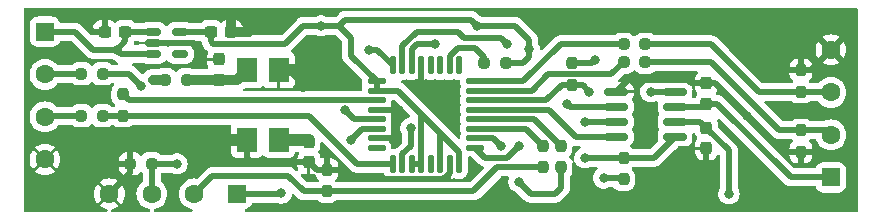
<source format=gbr>
%TF.GenerationSoftware,KiCad,Pcbnew,7.0.10-7.0.10~ubuntu22.04.1*%
%TF.CreationDate,2024-03-22T20:20:15-04:00*%
%TF.ProjectId,mechanicalkeyboard-touchid-hub,6d656368-616e-4696-9361-6c6b6579626f,rev?*%
%TF.SameCoordinates,Original*%
%TF.FileFunction,Copper,L1,Top*%
%TF.FilePolarity,Positive*%
%FSLAX46Y46*%
G04 Gerber Fmt 4.6, Leading zero omitted, Abs format (unit mm)*
G04 Created by KiCad (PCBNEW 7.0.10-7.0.10~ubuntu22.04.1) date 2024-03-22 20:20:15*
%MOMM*%
%LPD*%
G01*
G04 APERTURE LIST*
G04 Aperture macros list*
%AMRoundRect*
0 Rectangle with rounded corners*
0 $1 Rounding radius*
0 $2 $3 $4 $5 $6 $7 $8 $9 X,Y pos of 4 corners*
0 Add a 4 corners polygon primitive as box body*
4,1,4,$2,$3,$4,$5,$6,$7,$8,$9,$2,$3,0*
0 Add four circle primitives for the rounded corners*
1,1,$1+$1,$2,$3*
1,1,$1+$1,$4,$5*
1,1,$1+$1,$6,$7*
1,1,$1+$1,$8,$9*
0 Add four rect primitives between the rounded corners*
20,1,$1+$1,$2,$3,$4,$5,0*
20,1,$1+$1,$4,$5,$6,$7,0*
20,1,$1+$1,$6,$7,$8,$9,0*
20,1,$1+$1,$8,$9,$2,$3,0*%
G04 Aperture macros list end*
%TA.AperFunction,SMDPad,CuDef*%
%ADD10RoundRect,0.237500X-0.237500X0.250000X-0.237500X-0.250000X0.237500X-0.250000X0.237500X0.250000X0*%
%TD*%
%TA.AperFunction,SMDPad,CuDef*%
%ADD11RoundRect,0.237500X0.237500X-0.250000X0.237500X0.250000X-0.237500X0.250000X-0.237500X-0.250000X0*%
%TD*%
%TA.AperFunction,SMDPad,CuDef*%
%ADD12RoundRect,0.237500X-0.250000X-0.237500X0.250000X-0.237500X0.250000X0.237500X-0.250000X0.237500X0*%
%TD*%
%TA.AperFunction,ConnectorPad*%
%ADD13RoundRect,0.250000X-0.550000X0.550000X-0.550000X-0.550000X0.550000X-0.550000X0.550000X0.550000X0*%
%TD*%
%TA.AperFunction,ConnectorPad*%
%ADD14C,1.600000*%
%TD*%
%TA.AperFunction,ConnectorPad*%
%ADD15RoundRect,0.250000X0.550000X-0.550000X0.550000X0.550000X-0.550000X0.550000X-0.550000X-0.550000X0*%
%TD*%
%TA.AperFunction,SMDPad,CuDef*%
%ADD16RoundRect,0.150000X-0.825000X-0.150000X0.825000X-0.150000X0.825000X0.150000X-0.825000X0.150000X0*%
%TD*%
%TA.AperFunction,SMDPad,CuDef*%
%ADD17RoundRect,0.237500X-0.237500X0.300000X-0.237500X-0.300000X0.237500X-0.300000X0.237500X0.300000X0*%
%TD*%
%TA.AperFunction,SMDPad,CuDef*%
%ADD18RoundRect,0.125000X0.125000X-0.625000X0.125000X0.625000X-0.125000X0.625000X-0.125000X-0.625000X0*%
%TD*%
%TA.AperFunction,SMDPad,CuDef*%
%ADD19RoundRect,0.125000X0.625000X-0.125000X0.625000X0.125000X-0.625000X0.125000X-0.625000X-0.125000X0*%
%TD*%
%TA.AperFunction,SMDPad,CuDef*%
%ADD20RoundRect,0.237500X0.237500X-0.300000X0.237500X0.300000X-0.237500X0.300000X-0.237500X-0.300000X0*%
%TD*%
%TA.AperFunction,SMDPad,CuDef*%
%ADD21RoundRect,0.237500X-0.300000X-0.237500X0.300000X-0.237500X0.300000X0.237500X-0.300000X0.237500X0*%
%TD*%
%TA.AperFunction,ConnectorPad*%
%ADD22RoundRect,0.250000X0.550000X0.550000X-0.550000X0.550000X-0.550000X-0.550000X0.550000X-0.550000X0*%
%TD*%
%TA.AperFunction,SMDPad,CuDef*%
%ADD23RoundRect,0.150000X-0.512500X-0.150000X0.512500X-0.150000X0.512500X0.150000X-0.512500X0.150000X0*%
%TD*%
%TA.AperFunction,SMDPad,CuDef*%
%ADD24R,1.700000X2.100000*%
%TD*%
%TA.AperFunction,ViaPad*%
%ADD25C,0.800000*%
%TD*%
%TA.AperFunction,Conductor*%
%ADD26C,0.500000*%
%TD*%
%TA.AperFunction,Conductor*%
%ADD27C,1.000000*%
%TD*%
%TA.AperFunction,Conductor*%
%ADD28C,0.850000*%
%TD*%
%TA.AperFunction,Conductor*%
%ADD29C,0.250000*%
%TD*%
G04 APERTURE END LIST*
D10*
%TO.P,R15,1*%
%TO.N,OC1*%
X93700000Y-50287500D03*
%TO.P,R15,2*%
%TO.N,+3V3*%
X93700000Y-52112500D03*
%TD*%
D11*
%TO.P,R14,1*%
%TO.N,OC2*%
X89300000Y-44125000D03*
%TO.P,R14,2*%
%TO.N,+3V3*%
X89300000Y-42300000D03*
%TD*%
D12*
%TO.P,R13,1*%
%TO.N,Net-(U1-~{OVRCUR3})*%
X81900000Y-42300000D03*
%TO.P,R13,2*%
%TO.N,+3V3*%
X83725000Y-42300000D03*
%TD*%
D13*
%TO.P,J1,1,Pin_1*%
%TO.N,+5V*%
X44704000Y-39624000D03*
D14*
%TO.P,J1,2,Pin_2*%
%TO.N,USBDM_UP*%
X44704000Y-43224000D03*
%TO.P,J1,3,Pin_3*%
%TO.N,USBDP_UP*%
X44704000Y-46824000D03*
%TO.P,J1,4,Pin_4*%
%TO.N,GND*%
X44704000Y-50424000D03*
%TD*%
D12*
%TO.P,R7,1*%
%TO.N,Net-(U1-DM2)*%
X93700000Y-42200000D03*
%TO.P,R7,2*%
%TO.N,USBDM_DN2*%
X95525000Y-42200000D03*
%TD*%
%TO.P,R6,1*%
%TO.N,Net-(U1-DP2)*%
X93700000Y-40676000D03*
%TO.P,R6,2*%
%TO.N,USBDP_DN2*%
X95525000Y-40676000D03*
%TD*%
D10*
%TO.P,R5,1*%
%TO.N,Net-(U1-DM1)*%
X86868000Y-49276000D03*
%TO.P,R5,2*%
%TO.N,USBDM_DN1*%
X86868000Y-51101000D03*
%TD*%
D11*
%TO.P,R9,1*%
%TO.N,GND*%
X108712000Y-49784000D03*
%TO.P,R9,2*%
%TO.N,USBDM_DN2*%
X108712000Y-47959000D03*
%TD*%
D10*
%TO.P,R10,1*%
%TO.N,GND*%
X68580000Y-51308000D03*
%TO.P,R10,2*%
%TO.N,USBDM_DN1*%
X68580000Y-53133000D03*
%TD*%
D15*
%TO.P,J3,1,Pin_1*%
%TO.N,USBPWR_DN2*%
X111252000Y-51948000D03*
D14*
%TO.P,J3,2,Pin_2*%
%TO.N,USBDM_DN2*%
X111252000Y-48348000D03*
%TO.P,J3,3,Pin_3*%
%TO.N,USBDP_DN2*%
X111252000Y-44748000D03*
%TO.P,J3,4,Pin_4*%
%TO.N,GND*%
X111252000Y-41148000D03*
%TD*%
D16*
%TO.P,U3,1,GND*%
%TO.N,GND*%
X93094000Y-44704000D03*
%TO.P,U3,2,IN1*%
%TO.N,+5V*%
X93094000Y-45974000D03*
%TO.P,U3,3,~{EN1}*%
%TO.N,PWR1*%
X93094000Y-47244000D03*
%TO.P,U3,4,~{EN2}*%
%TO.N,PWR2*%
X93094000Y-48514000D03*
%TO.P,U3,5,~{OC2}*%
%TO.N,OC1*%
X98044000Y-48514000D03*
%TO.P,U3,6,OUT2*%
%TO.N,USBPWR_DN1*%
X98044000Y-47244000D03*
%TO.P,U3,7,OUT1*%
%TO.N,USBPWR_DN2*%
X98044000Y-45974000D03*
%TO.P,U3,8,~{OC1}*%
%TO.N,OC2*%
X98044000Y-44704000D03*
%TD*%
D17*
%TO.P,C5,1*%
%TO.N,GND*%
X59436000Y-41963000D03*
%TO.P,C5,2*%
%TO.N,Net-(C5-Pad2)*%
X59436000Y-43688000D03*
%TD*%
D10*
%TO.P,R4,1*%
%TO.N,Net-(U1-DP1)*%
X88392000Y-49276000D03*
%TO.P,R4,2*%
%TO.N,USBDP_DN1*%
X88392000Y-51101000D03*
%TD*%
D12*
%TO.P,R3,1*%
%TO.N,USBDM_UP*%
X47780000Y-43180000D03*
%TO.P,R3,2*%
%TO.N,Net-(U1-DM0)*%
X49605000Y-43180000D03*
%TD*%
%TO.P,R2,1*%
%TO.N,USBDP_UP*%
X47780000Y-46736000D03*
%TO.P,R2,2*%
%TO.N,Net-(U1-DP0)*%
X49605000Y-46736000D03*
%TD*%
D18*
%TO.P,U1,1,DP0*%
%TO.N,Net-(U1-DP0)*%
X74156000Y-50800000D03*
%TO.P,U1,2,DM0*%
%TO.N,Net-(U1-DM0)*%
X74956000Y-50800000D03*
%TO.P,U1,3,VCC*%
%TO.N,+3V3*%
X75756000Y-50800000D03*
%TO.P,U1,4,~{RESET}*%
X76556000Y-50800000D03*
%TO.P,U1,5,EECLK*%
%TO.N,unconnected-(U1-EECLK-Pad5)*%
X77356000Y-50800000D03*
%TO.P,U1,6,EEDATA/~{GANGED}*%
%TO.N,+3V3*%
X78156000Y-50800000D03*
%TO.P,U1,7,GND*%
%TO.N,GND*%
X78956000Y-50800000D03*
%TO.P,U1,8,~{BUSPWR}*%
%TO.N,+3V3*%
X79756000Y-50800000D03*
D19*
%TO.P,U1,9,~{PWRON1}*%
%TO.N,PWR1*%
X81131000Y-49425000D03*
%TO.P,U1,10,~{OVRCUR1}*%
%TO.N,OC1*%
X81131000Y-48625000D03*
%TO.P,U1,11,DM1*%
%TO.N,Net-(U1-DM1)*%
X81131000Y-47825000D03*
%TO.P,U1,12,DP1*%
%TO.N,Net-(U1-DP1)*%
X81131000Y-47025000D03*
%TO.P,U1,13,~{PWRON2}*%
%TO.N,PWR2*%
X81131000Y-46225000D03*
%TO.P,U1,14,~{OVRCUR2}*%
%TO.N,OC2*%
X81131000Y-45425000D03*
%TO.P,U1,15,DM2*%
%TO.N,Net-(U1-DM2)*%
X81131000Y-44625000D03*
%TO.P,U1,16,DP2*%
%TO.N,Net-(U1-DP2)*%
X81131000Y-43825000D03*
D18*
%TO.P,U1,17,~{PWRON3}*%
%TO.N,unconnected-(U1-~{PWRON3}-Pad17)*%
X79756000Y-42450000D03*
%TO.P,U1,18,~{OVRCUR3}*%
%TO.N,Net-(U1-~{OVRCUR3})*%
X78956000Y-42450000D03*
%TO.P,U1,19,DM3*%
%TO.N,unconnected-(U1-DM3-Pad19)*%
X78156000Y-42450000D03*
%TO.P,U1,20,DP3*%
%TO.N,unconnected-(U1-DP3-Pad20)*%
X77356000Y-42450000D03*
%TO.P,U1,21,~{OCPROT}/~{PWRSW}*%
%TO.N,GND*%
X76556000Y-42450000D03*
%TO.P,U1,22,NPINT0*%
%TO.N,NP0*%
X75756000Y-42450000D03*
%TO.P,U1,23,NPINT1*%
%TO.N,NP1*%
X74956000Y-42450000D03*
%TO.P,U1,24,~{NP3}*%
%TO.N,NP3*%
X74156000Y-42450000D03*
D19*
%TO.P,U1,25,VCC*%
%TO.N,+3V3*%
X72781000Y-43825000D03*
%TO.P,U1,26,~{EXTMEM}*%
X72781000Y-44625000D03*
%TO.P,U1,27,DP0PUR*%
%TO.N,Net-(U1-DP0PUR)*%
X72781000Y-45425000D03*
%TO.P,U1,28,GND*%
%TO.N,GND*%
X72781000Y-46225000D03*
%TO.P,U1,29,XTAL2*%
%TO.N,XTAL2*%
X72781000Y-47025000D03*
%TO.P,U1,30,XTAL1/CLK48*%
%TO.N,XTAL1*%
X72781000Y-47825000D03*
%TO.P,U1,31,MODE*%
%TO.N,GND*%
X72781000Y-48625000D03*
%TO.P,U1,32,SUSPND*%
%TO.N,unconnected-(U1-SUSPND-Pad32)*%
X72781000Y-49425000D03*
%TD*%
D20*
%TO.P,C2,1*%
%TO.N,USBPWR_DN2*%
X100714000Y-45720000D03*
%TO.P,C2,2*%
%TO.N,GND*%
X100714000Y-43995000D03*
%TD*%
D21*
%TO.P,C1,1*%
%TO.N,+3V3*%
X58727000Y-39624000D03*
%TO.P,C1,2*%
%TO.N,GND*%
X60452000Y-39624000D03*
%TD*%
D20*
%TO.P,C4,1*%
%TO.N,GND*%
X67056000Y-50646500D03*
%TO.P,C4,2*%
%TO.N,XTAL1*%
X67056000Y-48921500D03*
%TD*%
D21*
%TO.P,C6,1*%
%TO.N,GND*%
X49784000Y-39624000D03*
%TO.P,C6,2*%
%TO.N,+5V*%
X51509000Y-39624000D03*
%TD*%
D22*
%TO.P,J2,1,Pin_1*%
%TO.N,USBPWR_DN1*%
X60960000Y-53340000D03*
D14*
%TO.P,J2,2,Pin_2*%
%TO.N,USBDM_DN1*%
X57360000Y-53340000D03*
%TO.P,J2,3,Pin_3*%
%TO.N,USBDP_DN1*%
X53760000Y-53340000D03*
%TO.P,J2,4,Pin_4*%
%TO.N,GND*%
X50160000Y-53340000D03*
%TD*%
D23*
%TO.P,U2,1,VIN*%
%TO.N,+5V*%
X53848000Y-39624000D03*
%TO.P,U2,2,GND*%
%TO.N,GND*%
X53848000Y-40574000D03*
%TO.P,U2,3,EN*%
%TO.N,+5V*%
X53848000Y-41524000D03*
%TO.P,U2,4,NC*%
%TO.N,unconnected-(U2-NC-Pad4)*%
X56123000Y-41524000D03*
%TO.P,U2,5,VOUT*%
%TO.N,+3V3*%
X56123000Y-39624000D03*
%TD*%
D24*
%TO.P,Y1,1,1*%
%TO.N,Net-(C5-Pad2)*%
X61816000Y-42868000D03*
%TO.P,Y1,2,2*%
%TO.N,GND*%
X61816000Y-48768000D03*
%TO.P,Y1,3,3*%
%TO.N,XTAL1*%
X64516000Y-48768000D03*
%TO.P,Y1,4,4*%
%TO.N,GND*%
X64516000Y-42868000D03*
%TD*%
D11*
%TO.P,R1,1*%
%TO.N,Net-(U1-DP0)*%
X51308000Y-46736000D03*
%TO.P,R1,2*%
%TO.N,Net-(U1-DP0PUR)*%
X51308000Y-44911000D03*
%TD*%
D17*
%TO.P,C3,1*%
%TO.N,USBPWR_DN1*%
X100714000Y-47752000D03*
%TO.P,C3,2*%
%TO.N,GND*%
X100714000Y-49477000D03*
%TD*%
D10*
%TO.P,R8,1*%
%TO.N,GND*%
X108712000Y-42879000D03*
%TO.P,R8,2*%
%TO.N,USBDP_DN2*%
X108712000Y-44704000D03*
%TD*%
D12*
%TO.P,R11,1*%
%TO.N,GND*%
X51919500Y-50800000D03*
%TO.P,R11,2*%
%TO.N,USBDP_DN1*%
X53744500Y-50800000D03*
%TD*%
%TO.P,R12,1*%
%TO.N,XTAL2*%
X54864000Y-43688000D03*
%TO.P,R12,2*%
%TO.N,Net-(C5-Pad2)*%
X56689000Y-43688000D03*
%TD*%
D25*
%TO.N,GND*%
X95600000Y-47600000D03*
X90000000Y-38800000D03*
%TO.N,USBPWR_DN1*%
X64700000Y-53300000D03*
%TO.N,+3V3*%
X91300000Y-42000000D03*
X92000000Y-52000000D03*
%TO.N,OC2*%
X90800000Y-44700000D03*
%TO.N,+3V3*%
X85700000Y-41100000D03*
%TO.N,GND*%
X48260000Y-38608000D03*
X49276000Y-50292000D03*
X79248000Y-47244000D03*
X57912000Y-48768000D03*
X98044000Y-51308000D03*
X74168000Y-48768000D03*
X69088000Y-41148000D03*
X78232000Y-44704000D03*
X66548000Y-44196000D03*
X104140000Y-46736000D03*
X57912000Y-42164000D03*
X107696000Y-46228000D03*
X106172000Y-53340000D03*
X48768000Y-45212000D03*
X46736000Y-41656000D03*
X106680000Y-40132000D03*
X74676000Y-46228000D03*
%TO.N,+3V3*%
X68072000Y-39116000D03*
X81280000Y-39116000D03*
%TO.N,+5V*%
X50800000Y-41148000D03*
X88900000Y-45720000D03*
%TO.N,USBDP_DN1*%
X55880000Y-50800000D03*
X84836000Y-52324000D03*
%TO.N,USBPWR_DN1*%
X102616000Y-53340000D03*
%TO.N,Net-(U1-DM0)*%
X52832000Y-44196000D03*
X75692000Y-47752000D03*
%TO.N,PWR1*%
X84836000Y-49276000D03*
X90424000Y-47244000D03*
%TO.N,OC1*%
X83312000Y-49276000D03*
X90424000Y-50292000D03*
%TO.N,OC2*%
X96012000Y-44704000D03*
%TO.N,XTAL1*%
X67056000Y-48768000D03*
X70612000Y-48768000D03*
%TO.N,NP0*%
X77724000Y-40640000D03*
%TO.N,NP1*%
X83820000Y-40640000D03*
%TO.N,NP3*%
X72136000Y-41148000D03*
%TO.N,XTAL2*%
X53848000Y-43688000D03*
X70104000Y-46228000D03*
%TD*%
D26*
%TO.N,GND*%
X67056000Y-50646500D02*
X62146500Y-50646500D01*
X62146500Y-50646500D02*
X61816000Y-50316000D01*
X61816000Y-50316000D02*
X61816000Y-48768000D01*
%TO.N,USBDM_DN1*%
X57360000Y-53340000D02*
X58884000Y-51816000D01*
X58884000Y-51816000D02*
X65316000Y-51816000D01*
X65316000Y-51816000D02*
X66633000Y-53133000D01*
X66633000Y-53133000D02*
X68580000Y-53133000D01*
%TO.N,USBPWR_DN1*%
X60960000Y-53340000D02*
X64660000Y-53340000D01*
X64660000Y-53340000D02*
X64700000Y-53300000D01*
%TO.N,+3V3*%
X91000000Y-42300000D02*
X91300000Y-42000000D01*
X89300000Y-42300000D02*
X91000000Y-42300000D01*
%TO.N,OC2*%
X89300000Y-44125000D02*
X90225000Y-44125000D01*
X90225000Y-44125000D02*
X90800000Y-44700000D01*
X81131000Y-45425000D02*
X87163000Y-45425000D01*
X87163000Y-45425000D02*
X88463000Y-44125000D01*
X88463000Y-44125000D02*
X89300000Y-44125000D01*
%TO.N,USBDP_DN2*%
X108712000Y-44704000D02*
X105156000Y-44704000D01*
X105156000Y-44704000D02*
X101128000Y-40676000D01*
X101128000Y-40676000D02*
X95525000Y-40676000D01*
%TO.N,USBDM_DN2*%
X108712000Y-47959000D02*
X106887000Y-47959000D01*
X106887000Y-47959000D02*
X101128000Y-42200000D01*
X101128000Y-42200000D02*
X95525000Y-42200000D01*
%TO.N,Net-(U1-DP2)*%
X85207000Y-43825000D02*
X88356000Y-40676000D01*
X88356000Y-40676000D02*
X93700000Y-40676000D01*
%TO.N,Net-(U1-DM2)*%
X85931000Y-44625000D02*
X87318500Y-43237500D01*
X87318500Y-43237500D02*
X92662500Y-43237500D01*
X92662500Y-43237500D02*
X93700000Y-42200000D01*
%TO.N,+3V3*%
X92000000Y-52000000D02*
X93587500Y-52000000D01*
X93587500Y-52000000D02*
X93700000Y-52112500D01*
%TO.N,OC2*%
X90796000Y-44704000D02*
X90800000Y-44700000D01*
%TO.N,+3V3*%
X85700000Y-41100000D02*
X85700000Y-41800000D01*
X81280000Y-39116000D02*
X84516000Y-39116000D01*
X84516000Y-39116000D02*
X85700000Y-40300000D01*
X85700000Y-40300000D02*
X85700000Y-41100000D01*
X85700000Y-41800000D02*
X85200000Y-42300000D01*
X85200000Y-42300000D02*
X83725000Y-42300000D01*
%TO.N,Net-(U1-~{OVRCUR3})*%
X78956000Y-42450000D02*
X78956000Y-41700001D01*
X78956000Y-41700001D02*
X79656001Y-41000000D01*
X79656001Y-41000000D02*
X81100000Y-41000000D01*
X81100000Y-41000000D02*
X81900000Y-41800000D01*
X81900000Y-41800000D02*
X81900000Y-42300000D01*
%TO.N,+3V3*%
X78156000Y-48184000D02*
X79756000Y-49784000D01*
X79756000Y-49784000D02*
X79756000Y-50800000D01*
%TO.N,GND*%
X70396000Y-52108000D02*
X78397999Y-52108000D01*
X78397999Y-52108000D02*
X78956000Y-51549999D01*
X78956000Y-51549999D02*
X78956000Y-50800000D01*
X70396000Y-52108000D02*
X69596000Y-51308000D01*
X69596000Y-51308000D02*
X68580000Y-51308000D01*
X68580000Y-51308000D02*
X67717500Y-51308000D01*
X108712000Y-49784000D02*
X109728000Y-49784000D01*
X74673000Y-46225000D02*
X72781000Y-46225000D01*
D27*
X66548000Y-43688000D02*
X66548000Y-44196000D01*
D26*
X68580000Y-51308000D02*
X68580000Y-50292000D01*
X93094000Y-44704000D02*
X94110000Y-43688000D01*
X57338000Y-40574000D02*
X57912000Y-41148000D01*
X111252000Y-41148000D02*
X112776000Y-39624000D01*
X101399000Y-43995000D02*
X100714000Y-43995000D01*
X110236000Y-40132000D02*
X106680000Y-40132000D01*
X108712000Y-42879000D02*
X109521000Y-42879000D01*
X53848000Y-40574000D02*
X57338000Y-40574000D01*
X100714000Y-50670000D02*
X100076000Y-51308000D01*
X99060000Y-43688000D02*
X99367000Y-43995000D01*
X51919500Y-50800000D02*
X51919500Y-51580500D01*
X104140000Y-46736000D02*
X101399000Y-43995000D01*
X77216000Y-44704000D02*
X78232000Y-44704000D01*
X57912000Y-41148000D02*
X57912000Y-42164000D01*
D27*
X65728000Y-42868000D02*
X66548000Y-43688000D01*
D26*
X51919500Y-50800000D02*
X51919500Y-49887500D01*
X67717500Y-51308000D02*
X67056000Y-50646500D01*
X99367000Y-43995000D02*
X100714000Y-43995000D01*
X108712000Y-49784000D02*
X107188000Y-49784000D01*
D27*
X61816000Y-48768000D02*
X57912000Y-48768000D01*
D26*
X72781000Y-48625000D02*
X74025000Y-48625000D01*
X74025000Y-48625000D02*
X74168000Y-48768000D01*
D28*
X60452000Y-39624000D02*
X61976000Y-39624000D01*
D29*
X64516000Y-42868000D02*
X65220000Y-42868000D01*
D26*
X108712000Y-42879000D02*
X107188000Y-42879000D01*
D29*
X74676000Y-46228000D02*
X74673000Y-46225000D01*
D26*
X49784000Y-39624000D02*
X49784000Y-38608000D01*
X108712000Y-49784000D02*
X108712000Y-50800000D01*
X48260000Y-39116000D02*
X48260000Y-38608000D01*
X51919500Y-50800000D02*
X49784000Y-50800000D01*
X108712000Y-42879000D02*
X108712000Y-41656000D01*
X94110000Y-43688000D02*
X99060000Y-43688000D01*
X48768000Y-39624000D02*
X48260000Y-39116000D01*
X107188000Y-49784000D02*
X104140000Y-46736000D01*
X76556000Y-44044000D02*
X77216000Y-44704000D01*
X111252000Y-41148000D02*
X110236000Y-40132000D01*
X100076000Y-51308000D02*
X98044000Y-51308000D01*
X111252000Y-41148000D02*
X112776000Y-42672000D01*
X76556000Y-42450000D02*
X76556000Y-44044000D01*
X49784000Y-39624000D02*
X48768000Y-39624000D01*
D27*
X65220000Y-42868000D02*
X65728000Y-42868000D01*
D28*
X60452000Y-39624000D02*
X60452000Y-38608000D01*
D26*
X100714000Y-49477000D02*
X100714000Y-50670000D01*
X51919500Y-51580500D02*
X50160000Y-53340000D01*
X49784000Y-50800000D02*
X49276000Y-50292000D01*
X109521000Y-42879000D02*
X111252000Y-41148000D01*
%TO.N,+3V3*%
X78156000Y-48184000D02*
X76556000Y-46584000D01*
X66548000Y-39116000D02*
X65024000Y-40640000D01*
X58727000Y-40439000D02*
X58727000Y-39624000D01*
X70104000Y-38608000D02*
X69596000Y-39116000D01*
X76556000Y-50800000D02*
X76556000Y-46584000D01*
X65024000Y-40640000D02*
X58928000Y-40640000D01*
X70612000Y-41656000D02*
X70612000Y-40132000D01*
X76556000Y-46584000D02*
X74597000Y-44625000D01*
X56123000Y-39624000D02*
X58727000Y-39624000D01*
X74597000Y-44625000D02*
X72781000Y-44625000D01*
X72781000Y-44625000D02*
X72781000Y-43825000D01*
X78156000Y-50800000D02*
X78156000Y-48184000D01*
X58928000Y-40640000D02*
X58727000Y-40439000D01*
X80772000Y-38608000D02*
X70104000Y-38608000D01*
X69596000Y-39116000D02*
X68072000Y-39116000D01*
X81280000Y-39116000D02*
X80772000Y-38608000D01*
X75756000Y-50800000D02*
X76556000Y-50800000D01*
X72781000Y-43825000D02*
X70612000Y-41656000D01*
X70612000Y-40132000D02*
X69596000Y-39116000D01*
X68072000Y-39116000D02*
X66548000Y-39116000D01*
%TO.N,+5V*%
X51509000Y-40439000D02*
X50800000Y-41148000D01*
X89154000Y-45974000D02*
X93094000Y-45974000D01*
X48768000Y-41148000D02*
X47244000Y-39624000D01*
X50800000Y-41148000D02*
X48768000Y-41148000D01*
X51509000Y-39624000D02*
X51509000Y-40439000D01*
X50800000Y-41148000D02*
X51176000Y-41524000D01*
X51176000Y-41524000D02*
X53848000Y-41524000D01*
X53848000Y-39624000D02*
X51509000Y-39624000D01*
X47244000Y-39624000D02*
X44704000Y-39624000D01*
X88900000Y-45720000D02*
X89154000Y-45974000D01*
%TO.N,USBDM_UP*%
X47780000Y-43180000D02*
X44748000Y-43180000D01*
D29*
X44748000Y-43180000D02*
X44704000Y-43224000D01*
%TO.N,USBDP_UP*%
X44792000Y-46736000D02*
X44704000Y-46824000D01*
D26*
X47780000Y-46736000D02*
X44792000Y-46736000D01*
%TO.N,USBDM_DN1*%
X83011000Y-51101000D02*
X80979000Y-53133000D01*
D29*
X57504500Y-53327500D02*
X57492000Y-53340000D01*
D26*
X86868000Y-51101000D02*
X83011000Y-51101000D01*
X80979000Y-53133000D02*
X68580000Y-53133000D01*
%TO.N,USBDP_DN1*%
X84836000Y-52324000D02*
X85852000Y-53340000D01*
X87884000Y-53340000D02*
X88392000Y-52832000D01*
X53744500Y-50800000D02*
X53744500Y-53324500D01*
X85852000Y-53340000D02*
X87884000Y-53340000D01*
D29*
X53744500Y-53324500D02*
X53760000Y-53340000D01*
D26*
X55880000Y-50800000D02*
X53744500Y-50800000D01*
X88392000Y-52832000D02*
X88392000Y-51101000D01*
D29*
X53911500Y-50967000D02*
X53744500Y-50800000D01*
D26*
%TO.N,USBDM_DN2*%
X108712000Y-47959000D02*
X110863000Y-47959000D01*
D29*
X110863000Y-47959000D02*
X111252000Y-48348000D01*
D26*
%TO.N,USBDP_DN2*%
X108712000Y-44704000D02*
X111208000Y-44704000D01*
D29*
X111208000Y-44704000D02*
X111252000Y-44748000D01*
D26*
%TO.N,USBPWR_DN1*%
X102616000Y-49654000D02*
X100714000Y-47752000D01*
X98044000Y-47244000D02*
X100206000Y-47244000D01*
X100206000Y-47244000D02*
X100714000Y-47752000D01*
X102616000Y-53340000D02*
X102616000Y-49654000D01*
%TO.N,USBPWR_DN2*%
X107828000Y-51948000D02*
X101600000Y-45720000D01*
X111252000Y-51948000D02*
X107828000Y-51948000D01*
D29*
X100460000Y-45974000D02*
X100714000Y-45720000D01*
D26*
X101600000Y-45720000D02*
X100714000Y-45720000D01*
X98044000Y-45974000D02*
X100460000Y-45974000D01*
%TO.N,Net-(U1-DP0)*%
X71120000Y-50800000D02*
X74156000Y-50800000D01*
X67056000Y-46736000D02*
X71120000Y-50800000D01*
X49605000Y-46736000D02*
X67056000Y-46736000D01*
%TO.N,Net-(U1-DM0)*%
X52832000Y-44196000D02*
X51816000Y-43180000D01*
X51816000Y-43180000D02*
X49605000Y-43180000D01*
X74956000Y-50012000D02*
X74956000Y-50800000D01*
X75692000Y-49276000D02*
X74956000Y-50012000D01*
X75692000Y-47752000D02*
X75692000Y-49276000D01*
%TO.N,PWR1*%
X90424000Y-47244000D02*
X93094000Y-47244000D01*
X84836000Y-49276000D02*
X83820000Y-50292000D01*
X83820000Y-50292000D02*
X81998000Y-50292000D01*
X81998000Y-50292000D02*
X81131000Y-49425000D01*
%TO.N,OC1*%
X81131000Y-48625000D02*
X82661000Y-48625000D01*
X90424000Y-50292000D02*
X96266000Y-50292000D01*
X82661000Y-48625000D02*
X83312000Y-49276000D01*
X96266000Y-50292000D02*
X98044000Y-48514000D01*
%TO.N,Net-(U1-DM1)*%
X85417000Y-47825000D02*
X86868000Y-49276000D01*
X81131000Y-47825000D02*
X85417000Y-47825000D01*
%TO.N,Net-(U1-DP1)*%
X86141000Y-47025000D02*
X88392000Y-49276000D01*
X81131000Y-47025000D02*
X86141000Y-47025000D01*
%TO.N,PWR2*%
X87373000Y-46225000D02*
X89662000Y-48514000D01*
X93094000Y-48514000D02*
X89662000Y-48514000D01*
X81131000Y-46225000D02*
X87373000Y-46225000D01*
%TO.N,OC2*%
X96012000Y-44704000D02*
X98044000Y-44704000D01*
%TO.N,Net-(U1-DM2)*%
X81131000Y-44625000D02*
X85931000Y-44625000D01*
%TO.N,Net-(U1-DP2)*%
X81131000Y-43825000D02*
X85207000Y-43825000D01*
%TO.N,Net-(U1-DP0PUR)*%
X51822000Y-45425000D02*
X51308000Y-44911000D01*
X72781000Y-45425000D02*
X51822000Y-45425000D01*
D27*
%TO.N,XTAL1*%
X64516000Y-48768000D02*
X67056000Y-48768000D01*
D26*
X72781000Y-47825000D02*
X71555000Y-47825000D01*
X71555000Y-47825000D02*
X70612000Y-48768000D01*
D28*
%TO.N,Net-(C5-Pad2)*%
X60996000Y-43688000D02*
X61816000Y-42868000D01*
D29*
X61816000Y-43528000D02*
X61816000Y-42868000D01*
D28*
X59436000Y-43688000D02*
X60996000Y-43688000D01*
X59436000Y-43688000D02*
X56689000Y-43688000D01*
D26*
%TO.N,NP0*%
X77724000Y-40640000D02*
X76200000Y-40640000D01*
X75756000Y-41084000D02*
X75756000Y-42450000D01*
X76200000Y-40640000D02*
X75756000Y-41084000D01*
%TO.N,NP1*%
X74956000Y-40868000D02*
X74956000Y-42450000D01*
X76200000Y-39624000D02*
X74956000Y-40868000D01*
X83312000Y-40132000D02*
X80206314Y-40132000D01*
X83820000Y-40640000D02*
X83312000Y-40132000D01*
X80206314Y-40132000D02*
X79698314Y-39624000D01*
X79698314Y-39624000D02*
X76200000Y-39624000D01*
%TO.N,NP3*%
X72136000Y-41148000D02*
X72854000Y-41148000D01*
X72854000Y-41148000D02*
X74156000Y-42450000D01*
D28*
%TO.N,XTAL2*%
X54864000Y-43688000D02*
X53848000Y-43688000D01*
D26*
X70901000Y-47025000D02*
X72781000Y-47025000D01*
X70104000Y-46228000D02*
X70901000Y-47025000D01*
%TD*%
%TA.AperFunction,Conductor*%
%TO.N,GND*%
G36*
X113480539Y-37612185D02*
G01*
X113526294Y-37664989D01*
X113537500Y-37716500D01*
X113537500Y-54739500D01*
X113517815Y-54806539D01*
X113465011Y-54852294D01*
X113413500Y-54863500D01*
X61726563Y-54863500D01*
X61659524Y-54843815D01*
X61613769Y-54791011D01*
X61603825Y-54721853D01*
X61632850Y-54658297D01*
X61687558Y-54621794D01*
X61693802Y-54619725D01*
X61829334Y-54574814D01*
X61978656Y-54482712D01*
X62102712Y-54358656D01*
X62194814Y-54209334D01*
X62206028Y-54175494D01*
X62245801Y-54118050D01*
X62310317Y-54091228D01*
X62323733Y-54090500D01*
X64235173Y-54090500D01*
X64285609Y-54101221D01*
X64420192Y-54161142D01*
X64420197Y-54161144D01*
X64605354Y-54200500D01*
X64605355Y-54200500D01*
X64794644Y-54200500D01*
X64794646Y-54200500D01*
X64979803Y-54161144D01*
X65152730Y-54084151D01*
X65305871Y-53972888D01*
X65432533Y-53832216D01*
X65527179Y-53668284D01*
X65585674Y-53488256D01*
X65590952Y-53438037D01*
X65617535Y-53373425D01*
X65674833Y-53333440D01*
X65744652Y-53330780D01*
X65801953Y-53363320D01*
X66057267Y-53618634D01*
X66069048Y-53632266D01*
X66083390Y-53651530D01*
X66121343Y-53683376D01*
X66129319Y-53690686D01*
X66133219Y-53694587D01*
X66157544Y-53713821D01*
X66160340Y-53716099D01*
X66188062Y-53739360D01*
X66217786Y-53764302D01*
X66217794Y-53764306D01*
X66223824Y-53768273D01*
X66223790Y-53768323D01*
X66230137Y-53772366D01*
X66230169Y-53772316D01*
X66236321Y-53776110D01*
X66236322Y-53776110D01*
X66236323Y-53776111D01*
X66258229Y-53786326D01*
X66304294Y-53807806D01*
X66307510Y-53809362D01*
X66374567Y-53843040D01*
X66374576Y-53843042D01*
X66381355Y-53845510D01*
X66381334Y-53845567D01*
X66388451Y-53848040D01*
X66388470Y-53847984D01*
X66395324Y-53850255D01*
X66395325Y-53850255D01*
X66395327Y-53850256D01*
X66468848Y-53865436D01*
X66472209Y-53866181D01*
X66545279Y-53883500D01*
X66545285Y-53883500D01*
X66552452Y-53884338D01*
X66552445Y-53884397D01*
X66559946Y-53885163D01*
X66559952Y-53885104D01*
X66567141Y-53885733D01*
X66567143Y-53885732D01*
X66567144Y-53885733D01*
X66642111Y-53883552D01*
X66645717Y-53883500D01*
X67747948Y-53883500D01*
X67814987Y-53903185D01*
X67835629Y-53919819D01*
X67881650Y-53965840D01*
X68028484Y-54056408D01*
X68192247Y-54110674D01*
X68293323Y-54121000D01*
X68866676Y-54120999D01*
X68866684Y-54120998D01*
X68866687Y-54120998D01*
X68922030Y-54115344D01*
X68967753Y-54110674D01*
X69131516Y-54056408D01*
X69278350Y-53965840D01*
X69324371Y-53919819D01*
X69385694Y-53886334D01*
X69412052Y-53883500D01*
X80915295Y-53883500D01*
X80933265Y-53884809D01*
X80957023Y-53888289D01*
X81006369Y-53883971D01*
X81017176Y-53883500D01*
X81022704Y-53883500D01*
X81022709Y-53883500D01*
X81053556Y-53879893D01*
X81057030Y-53879539D01*
X81131797Y-53872999D01*
X81131805Y-53872996D01*
X81138866Y-53871539D01*
X81138878Y-53871598D01*
X81146243Y-53869965D01*
X81146229Y-53869906D01*
X81153249Y-53868241D01*
X81153255Y-53868241D01*
X81223779Y-53842572D01*
X81227117Y-53841412D01*
X81298334Y-53817814D01*
X81298342Y-53817808D01*
X81304882Y-53814760D01*
X81304908Y-53814816D01*
X81311690Y-53811532D01*
X81311663Y-53811478D01*
X81318113Y-53808238D01*
X81318117Y-53808237D01*
X81380837Y-53766984D01*
X81383732Y-53765140D01*
X81447656Y-53725712D01*
X81447662Y-53725705D01*
X81453325Y-53721229D01*
X81453363Y-53721277D01*
X81459200Y-53716522D01*
X81459161Y-53716475D01*
X81464691Y-53711833D01*
X81464696Y-53711830D01*
X81516184Y-53657254D01*
X81518630Y-53654736D01*
X83285549Y-51887819D01*
X83346872Y-51854334D01*
X83373230Y-51851500D01*
X83872011Y-51851500D01*
X83939050Y-51871185D01*
X83984805Y-51923989D01*
X83994749Y-51993147D01*
X83989942Y-52013818D01*
X83951391Y-52132465D01*
X83950326Y-52135744D01*
X83930540Y-52324000D01*
X83950326Y-52512256D01*
X83952292Y-52518309D01*
X84008818Y-52692277D01*
X84008821Y-52692284D01*
X84103467Y-52856216D01*
X84183713Y-52945338D01*
X84230129Y-52996888D01*
X84383265Y-53108148D01*
X84383270Y-53108151D01*
X84556191Y-53185142D01*
X84556193Y-53185142D01*
X84556197Y-53185144D01*
X84621329Y-53198987D01*
X84682809Y-53232178D01*
X84683228Y-53232596D01*
X85276270Y-53825638D01*
X85288051Y-53839270D01*
X85302388Y-53858528D01*
X85302389Y-53858529D01*
X85302390Y-53858530D01*
X85309252Y-53864288D01*
X85340337Y-53890372D01*
X85348310Y-53897679D01*
X85352217Y-53901586D01*
X85352223Y-53901591D01*
X85376537Y-53920816D01*
X85379318Y-53923080D01*
X85406956Y-53946271D01*
X85436789Y-53971305D01*
X85442818Y-53975270D01*
X85442785Y-53975319D01*
X85449147Y-53979372D01*
X85449179Y-53979321D01*
X85455319Y-53983108D01*
X85455323Y-53983111D01*
X85475960Y-53992734D01*
X85523320Y-54014819D01*
X85526566Y-54016391D01*
X85593562Y-54050038D01*
X85600357Y-54052511D01*
X85600336Y-54052567D01*
X85607457Y-54055043D01*
X85607476Y-54054986D01*
X85614319Y-54057253D01*
X85614327Y-54057257D01*
X85687895Y-54072447D01*
X85691228Y-54073186D01*
X85764279Y-54090500D01*
X85764281Y-54090500D01*
X85764285Y-54090501D01*
X85771453Y-54091339D01*
X85771446Y-54091398D01*
X85778944Y-54092164D01*
X85778950Y-54092105D01*
X85786139Y-54092734D01*
X85786143Y-54092733D01*
X85786144Y-54092734D01*
X85861130Y-54090552D01*
X85864737Y-54090500D01*
X87820295Y-54090500D01*
X87838265Y-54091809D01*
X87862023Y-54095289D01*
X87911369Y-54090971D01*
X87922176Y-54090500D01*
X87927704Y-54090500D01*
X87927709Y-54090500D01*
X87958556Y-54086893D01*
X87962030Y-54086539D01*
X88036797Y-54079999D01*
X88036805Y-54079996D01*
X88043866Y-54078539D01*
X88043878Y-54078598D01*
X88051243Y-54076965D01*
X88051229Y-54076906D01*
X88058249Y-54075241D01*
X88058255Y-54075241D01*
X88128779Y-54049572D01*
X88132117Y-54048412D01*
X88203334Y-54024814D01*
X88203342Y-54024808D01*
X88209882Y-54021760D01*
X88209908Y-54021816D01*
X88216690Y-54018532D01*
X88216663Y-54018478D01*
X88223113Y-54015238D01*
X88223117Y-54015237D01*
X88285837Y-53973984D01*
X88288732Y-53972140D01*
X88352656Y-53932712D01*
X88352662Y-53932705D01*
X88358325Y-53928229D01*
X88358362Y-53928277D01*
X88364204Y-53923518D01*
X88364164Y-53923471D01*
X88369686Y-53918835D01*
X88369696Y-53918830D01*
X88421186Y-53864252D01*
X88423633Y-53861733D01*
X88877641Y-53407724D01*
X88891260Y-53395954D01*
X88910530Y-53381610D01*
X88942372Y-53343661D01*
X88949671Y-53335694D01*
X88953590Y-53331777D01*
X88972859Y-53307404D01*
X88975020Y-53304751D01*
X89023302Y-53247214D01*
X89023308Y-53247201D01*
X89027272Y-53241176D01*
X89027324Y-53241210D01*
X89031371Y-53234858D01*
X89031317Y-53234825D01*
X89035106Y-53228681D01*
X89035110Y-53228677D01*
X89066819Y-53160674D01*
X89068348Y-53157516D01*
X89102040Y-53090433D01*
X89102043Y-53090417D01*
X89104510Y-53083644D01*
X89104568Y-53083665D01*
X89107043Y-53076546D01*
X89106985Y-53076527D01*
X89109255Y-53069677D01*
X89109256Y-53069673D01*
X89124431Y-52996171D01*
X89125186Y-52992767D01*
X89142500Y-52919721D01*
X89142500Y-52919719D01*
X89142501Y-52919715D01*
X89143339Y-52912548D01*
X89143397Y-52912554D01*
X89144164Y-52905056D01*
X89144104Y-52905051D01*
X89144733Y-52897860D01*
X89144611Y-52893682D01*
X89142552Y-52822889D01*
X89142500Y-52819283D01*
X89142500Y-51933052D01*
X89162185Y-51866013D01*
X89178819Y-51845371D01*
X89195289Y-51828901D01*
X89212340Y-51811850D01*
X89302908Y-51665016D01*
X89357174Y-51501253D01*
X89367500Y-51400177D01*
X89367499Y-50801824D01*
X89359270Y-50721269D01*
X89372040Y-50652578D01*
X89419004Y-50602667D01*
X89409029Y-50605188D01*
X89342787Y-50582965D01*
X89308421Y-50542068D01*
X89306699Y-50543131D01*
X89302908Y-50536985D01*
X89302908Y-50536984D01*
X89212340Y-50390150D01*
X89098371Y-50276181D01*
X89064886Y-50214858D01*
X89069870Y-50145166D01*
X89098371Y-50100819D01*
X89154000Y-50045190D01*
X89212340Y-49986850D01*
X89302908Y-49840016D01*
X89357174Y-49676253D01*
X89367500Y-49575177D01*
X89367499Y-49372314D01*
X89387183Y-49305276D01*
X89439987Y-49259521D01*
X89509145Y-49249577D01*
X89520090Y-49251656D01*
X89574279Y-49264500D01*
X89574282Y-49264500D01*
X89581453Y-49265339D01*
X89581446Y-49265398D01*
X89588944Y-49266164D01*
X89588950Y-49266105D01*
X89596139Y-49266734D01*
X89596143Y-49266733D01*
X89596144Y-49266734D01*
X89671130Y-49264552D01*
X89674737Y-49264500D01*
X89934467Y-49264500D01*
X90001506Y-49284185D01*
X90047261Y-49336989D01*
X90057205Y-49406147D01*
X90028180Y-49469703D01*
X89984905Y-49501778D01*
X89978841Y-49504478D01*
X89971267Y-49507850D01*
X89971265Y-49507851D01*
X89818129Y-49619111D01*
X89691466Y-49759785D01*
X89596821Y-49923715D01*
X89596818Y-49923722D01*
X89541210Y-50094867D01*
X89538326Y-50103744D01*
X89521714Y-50261797D01*
X89518540Y-50292000D01*
X89537071Y-50468317D01*
X89524501Y-50537047D01*
X89477459Y-50587331D01*
X89487710Y-50584773D01*
X89553886Y-50607189D01*
X89593161Y-50654892D01*
X89593572Y-50654656D01*
X89594991Y-50657115D01*
X89595903Y-50658222D01*
X89596821Y-50660284D01*
X89691467Y-50824216D01*
X89741945Y-50880277D01*
X89818129Y-50964888D01*
X89971265Y-51076148D01*
X89971270Y-51076151D01*
X90144192Y-51153142D01*
X90144197Y-51153144D01*
X90329354Y-51192500D01*
X90329355Y-51192500D01*
X90518644Y-51192500D01*
X90518646Y-51192500D01*
X90703803Y-51153144D01*
X90876730Y-51076151D01*
X90878776Y-51074664D01*
X90890452Y-51066182D01*
X90956258Y-51042702D01*
X90963337Y-51042500D01*
X91404231Y-51042500D01*
X91471270Y-51062185D01*
X91517025Y-51114989D01*
X91526969Y-51184147D01*
X91497944Y-51247703D01*
X91477117Y-51266818D01*
X91394127Y-51327113D01*
X91267466Y-51467785D01*
X91172821Y-51631715D01*
X91172818Y-51631722D01*
X91114327Y-51811740D01*
X91114326Y-51811744D01*
X91094540Y-52000000D01*
X91114326Y-52188256D01*
X91114327Y-52188259D01*
X91172818Y-52368277D01*
X91172821Y-52368284D01*
X91267467Y-52532216D01*
X91387258Y-52665257D01*
X91394129Y-52672888D01*
X91547265Y-52784148D01*
X91547270Y-52784151D01*
X91720192Y-52861142D01*
X91720197Y-52861144D01*
X91905354Y-52900500D01*
X91905355Y-52900500D01*
X92094644Y-52900500D01*
X92094646Y-52900500D01*
X92279803Y-52861144D01*
X92452730Y-52784151D01*
X92454776Y-52782664D01*
X92466452Y-52774182D01*
X92532258Y-52750702D01*
X92539337Y-52750500D01*
X92765519Y-52750500D01*
X92832558Y-52770185D01*
X92871058Y-52809404D01*
X92879660Y-52823350D01*
X93001650Y-52945340D01*
X93148484Y-53035908D01*
X93312247Y-53090174D01*
X93413323Y-53100500D01*
X93986676Y-53100499D01*
X93986684Y-53100498D01*
X93986687Y-53100498D01*
X94042030Y-53094844D01*
X94087753Y-53090174D01*
X94251516Y-53035908D01*
X94398350Y-52945340D01*
X94520340Y-52823350D01*
X94610908Y-52676516D01*
X94665174Y-52512753D01*
X94675500Y-52411677D01*
X94675499Y-51813324D01*
X94675348Y-51811850D01*
X94665174Y-51712247D01*
X94652394Y-51673680D01*
X94610908Y-51548484D01*
X94520340Y-51401650D01*
X94406371Y-51287681D01*
X94372886Y-51226358D01*
X94377870Y-51156666D01*
X94406371Y-51112319D01*
X94439871Y-51078819D01*
X94501194Y-51045334D01*
X94527552Y-51042500D01*
X96202295Y-51042500D01*
X96220265Y-51043809D01*
X96244023Y-51047289D01*
X96293369Y-51042971D01*
X96304176Y-51042500D01*
X96309704Y-51042500D01*
X96309709Y-51042500D01*
X96340556Y-51038893D01*
X96344030Y-51038539D01*
X96418797Y-51031999D01*
X96418805Y-51031996D01*
X96425866Y-51030539D01*
X96425878Y-51030598D01*
X96433243Y-51028965D01*
X96433229Y-51028906D01*
X96440249Y-51027241D01*
X96440255Y-51027241D01*
X96510779Y-51001572D01*
X96514117Y-51000412D01*
X96585334Y-50976814D01*
X96585342Y-50976808D01*
X96591882Y-50973760D01*
X96591908Y-50973816D01*
X96598690Y-50970532D01*
X96598663Y-50970478D01*
X96605106Y-50967240D01*
X96605117Y-50967237D01*
X96667797Y-50926011D01*
X96670839Y-50924074D01*
X96672091Y-50923302D01*
X96734656Y-50884712D01*
X96734659Y-50884708D01*
X96740325Y-50880229D01*
X96740363Y-50880277D01*
X96746200Y-50875522D01*
X96746161Y-50875475D01*
X96751691Y-50870833D01*
X96751696Y-50870830D01*
X96803184Y-50816254D01*
X96805630Y-50813736D01*
X98017368Y-49602000D01*
X99739001Y-49602000D01*
X99739001Y-49826154D01*
X99749319Y-49927152D01*
X99803546Y-50090800D01*
X99803551Y-50090811D01*
X99894052Y-50237534D01*
X99894055Y-50237538D01*
X100015961Y-50359444D01*
X100015965Y-50359447D01*
X100162688Y-50449948D01*
X100162699Y-50449953D01*
X100326347Y-50504180D01*
X100427351Y-50514499D01*
X100588999Y-50514499D01*
X100589000Y-50514498D01*
X100589000Y-49602000D01*
X99739001Y-49602000D01*
X98017368Y-49602000D01*
X98268549Y-49350819D01*
X98329872Y-49317334D01*
X98356230Y-49314500D01*
X98934686Y-49314500D01*
X98934694Y-49314500D01*
X98971569Y-49311598D01*
X98971571Y-49311597D01*
X98971573Y-49311597D01*
X99065924Y-49284185D01*
X99129398Y-49265744D01*
X99270865Y-49182081D01*
X99387081Y-49065865D01*
X99470744Y-48924398D01*
X99516598Y-48766569D01*
X99519500Y-48729694D01*
X99519500Y-48298306D01*
X99518353Y-48283731D01*
X99532718Y-48215354D01*
X99581769Y-48165598D01*
X99649934Y-48150259D01*
X99715571Y-48174208D01*
X99757841Y-48229842D01*
X99759677Y-48234999D01*
X99803092Y-48366016D01*
X99871874Y-48477530D01*
X99893661Y-48512851D01*
X99907982Y-48527172D01*
X99941467Y-48588495D01*
X99936483Y-48658187D01*
X99907985Y-48702532D01*
X99894052Y-48716465D01*
X99803551Y-48863188D01*
X99803546Y-48863199D01*
X99749319Y-49026847D01*
X99739000Y-49127845D01*
X99739000Y-49352000D01*
X100715000Y-49352000D01*
X100782039Y-49371685D01*
X100827794Y-49424489D01*
X100839000Y-49476000D01*
X100839000Y-50514499D01*
X101000640Y-50514499D01*
X101000654Y-50514498D01*
X101101652Y-50504180D01*
X101265300Y-50449953D01*
X101265311Y-50449948D01*
X101412034Y-50359447D01*
X101412038Y-50359444D01*
X101533944Y-50237538D01*
X101533947Y-50237534D01*
X101624448Y-50090811D01*
X101627503Y-50084260D01*
X101629163Y-50085034D01*
X101663565Y-50035347D01*
X101728080Y-50008522D01*
X101796856Y-50020836D01*
X101848057Y-50068378D01*
X101865500Y-50131794D01*
X101865500Y-52805677D01*
X101848887Y-52867677D01*
X101788821Y-52971714D01*
X101742090Y-53115537D01*
X101730326Y-53151744D01*
X101710540Y-53340000D01*
X101730326Y-53528256D01*
X101730327Y-53528259D01*
X101788818Y-53708277D01*
X101788821Y-53708284D01*
X101883467Y-53872216D01*
X101991982Y-53992734D01*
X102010129Y-54012888D01*
X102163265Y-54124148D01*
X102163270Y-54124151D01*
X102336192Y-54201142D01*
X102336197Y-54201144D01*
X102521354Y-54240500D01*
X102521355Y-54240500D01*
X102710644Y-54240500D01*
X102710646Y-54240500D01*
X102895803Y-54201144D01*
X103068730Y-54124151D01*
X103221871Y-54012888D01*
X103348533Y-53872216D01*
X103443179Y-53708284D01*
X103501674Y-53528256D01*
X103521460Y-53340000D01*
X103501674Y-53151744D01*
X103443179Y-52971716D01*
X103413160Y-52919721D01*
X103383113Y-52867677D01*
X103366500Y-52805677D01*
X103366500Y-49717705D01*
X103367809Y-49699735D01*
X103370355Y-49682350D01*
X103371289Y-49675977D01*
X103370744Y-49669753D01*
X103367996Y-49638341D01*
X103366971Y-49626632D01*
X103366500Y-49615826D01*
X103366500Y-49610296D01*
X103366500Y-49610291D01*
X103362894Y-49579443D01*
X103362534Y-49575916D01*
X103362469Y-49575177D01*
X103357820Y-49522027D01*
X103355999Y-49501209D01*
X103354538Y-49494135D01*
X103354598Y-49494122D01*
X103352965Y-49486757D01*
X103352906Y-49486772D01*
X103351241Y-49479751D01*
X103351241Y-49479745D01*
X103325569Y-49409211D01*
X103324422Y-49405913D01*
X103300814Y-49334665D01*
X103300809Y-49334658D01*
X103297761Y-49328118D01*
X103297815Y-49328092D01*
X103294533Y-49321312D01*
X103294480Y-49321340D01*
X103291238Y-49314885D01*
X103289076Y-49311598D01*
X103250026Y-49252225D01*
X103248107Y-49249212D01*
X103208714Y-49185347D01*
X103204234Y-49179681D01*
X103204280Y-49179643D01*
X103199519Y-49173799D01*
X103199474Y-49173838D01*
X103194831Y-49168305D01*
X103140290Y-49116848D01*
X103137703Y-49114335D01*
X101725818Y-47702450D01*
X101692333Y-47641127D01*
X101689499Y-47614769D01*
X101689499Y-47402830D01*
X101689498Y-47402813D01*
X101679174Y-47301747D01*
X101625086Y-47138523D01*
X101622685Y-47068700D01*
X101658416Y-47008657D01*
X101720936Y-46977464D01*
X101790396Y-46985024D01*
X101830474Y-47011842D01*
X107252270Y-52433638D01*
X107264051Y-52447270D01*
X107278388Y-52466528D01*
X107316337Y-52498372D01*
X107324310Y-52505679D01*
X107328217Y-52509586D01*
X107328223Y-52509591D01*
X107352537Y-52528816D01*
X107355318Y-52531080D01*
X107375493Y-52548009D01*
X107412789Y-52579305D01*
X107418818Y-52583270D01*
X107418785Y-52583319D01*
X107425147Y-52587372D01*
X107425179Y-52587321D01*
X107431319Y-52591108D01*
X107431323Y-52591111D01*
X107456431Y-52602819D01*
X107499320Y-52622819D01*
X107502566Y-52624391D01*
X107569562Y-52658038D01*
X107576357Y-52660511D01*
X107576336Y-52660567D01*
X107583457Y-52663043D01*
X107583476Y-52662986D01*
X107590319Y-52665253D01*
X107590327Y-52665257D01*
X107663895Y-52680447D01*
X107667228Y-52681186D01*
X107740279Y-52698500D01*
X107740281Y-52698500D01*
X107740285Y-52698501D01*
X107747453Y-52699339D01*
X107747446Y-52699398D01*
X107754944Y-52700164D01*
X107754950Y-52700105D01*
X107762139Y-52700734D01*
X107762143Y-52700733D01*
X107762144Y-52700734D01*
X107837130Y-52698552D01*
X107840737Y-52698500D01*
X109888267Y-52698500D01*
X109955306Y-52718185D01*
X110001061Y-52770989D01*
X110005972Y-52783494D01*
X110017184Y-52817328D01*
X110017187Y-52817336D01*
X110020897Y-52823351D01*
X110109288Y-52966656D01*
X110233344Y-53090712D01*
X110382666Y-53182814D01*
X110549203Y-53237999D01*
X110651991Y-53248500D01*
X111852008Y-53248499D01*
X111954797Y-53237999D01*
X112121334Y-53182814D01*
X112270656Y-53090712D01*
X112394712Y-52966656D01*
X112486814Y-52817334D01*
X112541999Y-52650797D01*
X112552500Y-52548009D01*
X112552499Y-51347992D01*
X112550887Y-51332216D01*
X112541999Y-51245203D01*
X112541998Y-51245200D01*
X112534736Y-51223286D01*
X112486814Y-51078666D01*
X112394712Y-50929344D01*
X112270656Y-50805288D01*
X112121334Y-50713186D01*
X111954797Y-50658001D01*
X111954795Y-50658000D01*
X111852010Y-50647500D01*
X110651998Y-50647500D01*
X110651981Y-50647501D01*
X110549203Y-50658000D01*
X110549200Y-50658001D01*
X110382668Y-50713185D01*
X110382663Y-50713187D01*
X110233342Y-50805289D01*
X110109289Y-50929342D01*
X110017187Y-51078663D01*
X110017184Y-51078671D01*
X110005972Y-51112506D01*
X109966199Y-51169950D01*
X109901683Y-51196772D01*
X109888267Y-51197500D01*
X108190230Y-51197500D01*
X108123191Y-51177815D01*
X108102549Y-51161181D01*
X106850368Y-49909000D01*
X107737001Y-49909000D01*
X107737001Y-50083154D01*
X107747319Y-50184152D01*
X107801546Y-50347800D01*
X107801551Y-50347811D01*
X107892052Y-50494534D01*
X107892055Y-50494538D01*
X108013961Y-50616444D01*
X108013965Y-50616447D01*
X108160688Y-50706948D01*
X108160699Y-50706953D01*
X108324347Y-50761180D01*
X108425351Y-50771499D01*
X108586999Y-50771499D01*
X108587000Y-50771498D01*
X108587000Y-49909000D01*
X108837000Y-49909000D01*
X108837000Y-50771499D01*
X108998640Y-50771499D01*
X108998654Y-50771498D01*
X109099652Y-50761180D01*
X109263300Y-50706953D01*
X109263311Y-50706948D01*
X109410034Y-50616447D01*
X109410038Y-50616444D01*
X109531944Y-50494538D01*
X109531947Y-50494534D01*
X109622448Y-50347811D01*
X109622453Y-50347800D01*
X109676680Y-50184152D01*
X109686999Y-50083154D01*
X109687000Y-50083141D01*
X109687000Y-49909000D01*
X108837000Y-49909000D01*
X108587000Y-49909000D01*
X107737001Y-49909000D01*
X106850368Y-49909000D01*
X102175729Y-45234361D01*
X102163949Y-45220730D01*
X102149610Y-45201470D01*
X102111651Y-45169619D01*
X102103686Y-45162318D01*
X102099780Y-45158411D01*
X102075443Y-45139168D01*
X102072647Y-45136890D01*
X102015214Y-45088698D01*
X102009180Y-45084729D01*
X102009212Y-45084680D01*
X102002853Y-45080628D01*
X102002822Y-45080679D01*
X101996680Y-45076891D01*
X101996678Y-45076890D01*
X101996677Y-45076889D01*
X101928688Y-45045184D01*
X101925447Y-45043615D01*
X101888380Y-45025000D01*
X101858433Y-45009960D01*
X101858431Y-45009959D01*
X101858430Y-45009959D01*
X101851645Y-45007489D01*
X101851665Y-45007433D01*
X101844549Y-45004959D01*
X101844531Y-45005015D01*
X101837674Y-45002743D01*
X101764210Y-44987573D01*
X101760693Y-44986793D01*
X101687718Y-44969499D01*
X101680547Y-44968661D01*
X101680553Y-44968601D01*
X101673055Y-44967835D01*
X101673050Y-44967895D01*
X101665859Y-44967265D01*
X101623912Y-44968486D01*
X101556329Y-44950759D01*
X101509058Y-44899307D01*
X101497108Y-44830467D01*
X101524273Y-44766094D01*
X101532633Y-44756850D01*
X101533946Y-44755537D01*
X101624448Y-44608811D01*
X101624453Y-44608800D01*
X101678680Y-44445152D01*
X101688999Y-44344154D01*
X101688999Y-44121730D01*
X101708683Y-44054690D01*
X101761487Y-44008935D01*
X101830645Y-43998991D01*
X101894201Y-44028016D01*
X101900680Y-44034048D01*
X106311270Y-48444638D01*
X106323051Y-48458270D01*
X106337388Y-48477528D01*
X106375337Y-48509372D01*
X106383310Y-48516679D01*
X106387217Y-48520586D01*
X106387223Y-48520591D01*
X106411537Y-48539816D01*
X106414318Y-48542080D01*
X106420609Y-48547359D01*
X106471789Y-48590305D01*
X106477818Y-48594270D01*
X106477785Y-48594319D01*
X106484147Y-48598372D01*
X106484179Y-48598321D01*
X106490319Y-48602108D01*
X106490323Y-48602111D01*
X106511436Y-48611956D01*
X106558320Y-48633819D01*
X106561566Y-48635391D01*
X106628562Y-48669038D01*
X106635357Y-48671511D01*
X106635336Y-48671567D01*
X106642457Y-48674043D01*
X106642476Y-48673986D01*
X106649319Y-48676253D01*
X106649327Y-48676257D01*
X106722895Y-48691447D01*
X106726228Y-48692186D01*
X106799279Y-48709500D01*
X106799281Y-48709500D01*
X106799285Y-48709501D01*
X106806453Y-48710339D01*
X106806446Y-48710398D01*
X106813944Y-48711164D01*
X106813950Y-48711105D01*
X106821139Y-48711734D01*
X106821143Y-48711733D01*
X106821144Y-48711734D01*
X106896130Y-48709552D01*
X106899737Y-48709500D01*
X107879948Y-48709500D01*
X107946987Y-48729185D01*
X107967629Y-48745819D01*
X108005982Y-48784172D01*
X108039467Y-48845495D01*
X108034483Y-48915187D01*
X108005983Y-48959534D01*
X107892052Y-49073465D01*
X107801551Y-49220188D01*
X107801546Y-49220199D01*
X107747319Y-49383847D01*
X107737000Y-49484845D01*
X107737000Y-49659000D01*
X109686999Y-49659000D01*
X109686999Y-49484860D01*
X109686998Y-49484845D01*
X109676680Y-49383847D01*
X109622453Y-49220199D01*
X109622448Y-49220188D01*
X109531947Y-49073465D01*
X109531944Y-49073461D01*
X109418017Y-48959534D01*
X109384532Y-48898211D01*
X109389516Y-48828519D01*
X109418016Y-48784173D01*
X109456372Y-48745818D01*
X109517695Y-48712333D01*
X109544052Y-48709500D01*
X109907499Y-48709500D01*
X109974538Y-48729185D01*
X110020293Y-48781989D01*
X110024019Y-48791084D01*
X110025260Y-48794494D01*
X110121431Y-49000732D01*
X110121432Y-49000734D01*
X110251954Y-49187141D01*
X110412858Y-49348045D01*
X110432600Y-49361868D01*
X110599266Y-49478568D01*
X110805504Y-49574739D01*
X110805509Y-49574740D01*
X110805511Y-49574741D01*
X110858415Y-49588916D01*
X111025308Y-49633635D01*
X111187230Y-49647801D01*
X111251998Y-49653468D01*
X111252000Y-49653468D01*
X111252002Y-49653468D01*
X111308673Y-49648509D01*
X111478692Y-49633635D01*
X111698496Y-49574739D01*
X111904734Y-49478568D01*
X112091139Y-49348047D01*
X112252047Y-49187139D01*
X112382568Y-49000734D01*
X112478739Y-48794496D01*
X112537635Y-48574692D01*
X112557468Y-48348000D01*
X112537635Y-48121308D01*
X112478739Y-47901504D01*
X112382568Y-47695266D01*
X112252047Y-47508861D01*
X112252045Y-47508858D01*
X112091141Y-47347954D01*
X111904734Y-47217432D01*
X111904732Y-47217431D01*
X111698497Y-47121261D01*
X111698488Y-47121258D01*
X111478697Y-47062366D01*
X111478693Y-47062365D01*
X111478692Y-47062365D01*
X111478691Y-47062364D01*
X111478686Y-47062364D01*
X111252002Y-47042532D01*
X111251998Y-47042532D01*
X111025313Y-47062364D01*
X111025302Y-47062366D01*
X110805511Y-47121258D01*
X110805502Y-47121261D01*
X110643336Y-47196882D01*
X110590931Y-47208500D01*
X109544052Y-47208500D01*
X109477013Y-47188815D01*
X109456371Y-47172181D01*
X109410351Y-47126161D01*
X109410350Y-47126160D01*
X109263516Y-47035592D01*
X109099753Y-46981326D01*
X109099751Y-46981325D01*
X108998678Y-46971000D01*
X108425330Y-46971000D01*
X108425312Y-46971001D01*
X108324247Y-46981325D01*
X108160484Y-47035592D01*
X108160481Y-47035593D01*
X108013648Y-47126161D01*
X107967629Y-47172181D01*
X107906306Y-47205666D01*
X107879948Y-47208500D01*
X107249229Y-47208500D01*
X107182190Y-47188815D01*
X107161548Y-47172181D01*
X105655548Y-45666181D01*
X105622063Y-45604858D01*
X105627047Y-45535166D01*
X105668919Y-45479233D01*
X105734383Y-45454816D01*
X105743229Y-45454500D01*
X107879948Y-45454500D01*
X107946987Y-45474185D01*
X107967629Y-45490819D01*
X108013650Y-45536840D01*
X108160484Y-45627408D01*
X108324247Y-45681674D01*
X108425323Y-45692000D01*
X108998676Y-45691999D01*
X108998684Y-45691998D01*
X108998687Y-45691998D01*
X109054030Y-45686344D01*
X109099753Y-45681674D01*
X109263516Y-45627408D01*
X109410350Y-45536840D01*
X109456371Y-45490819D01*
X109517694Y-45457334D01*
X109544052Y-45454500D01*
X110094528Y-45454500D01*
X110161567Y-45474185D01*
X110196103Y-45507377D01*
X110251953Y-45587140D01*
X110412858Y-45748045D01*
X110430646Y-45760500D01*
X110599266Y-45878568D01*
X110805504Y-45974739D01*
X111025308Y-46033635D01*
X111176333Y-46046848D01*
X111251998Y-46053468D01*
X111252000Y-46053468D01*
X111252002Y-46053468D01*
X111312556Y-46048170D01*
X111478692Y-46033635D01*
X111698496Y-45974739D01*
X111904734Y-45878568D01*
X112091139Y-45748047D01*
X112252047Y-45587139D01*
X112382568Y-45400734D01*
X112478739Y-45194496D01*
X112537635Y-44974692D01*
X112557468Y-44748000D01*
X112553618Y-44704000D01*
X112545479Y-44610963D01*
X112537635Y-44521308D01*
X112478739Y-44301504D01*
X112382568Y-44095266D01*
X112279883Y-43948615D01*
X112252045Y-43908858D01*
X112091141Y-43747954D01*
X111904734Y-43617432D01*
X111904732Y-43617431D01*
X111698497Y-43521261D01*
X111698488Y-43521258D01*
X111478697Y-43462366D01*
X111478693Y-43462365D01*
X111478692Y-43462365D01*
X111478691Y-43462364D01*
X111478686Y-43462364D01*
X111252002Y-43442532D01*
X111251998Y-43442532D01*
X111025313Y-43462364D01*
X111025302Y-43462366D01*
X110805511Y-43521258D01*
X110805502Y-43521261D01*
X110599267Y-43617431D01*
X110599265Y-43617432D01*
X110412858Y-43747954D01*
X110251957Y-43908855D01*
X110251666Y-43909203D01*
X110251498Y-43909314D01*
X110248124Y-43912689D01*
X110247445Y-43912010D01*
X110193496Y-43947907D01*
X110156674Y-43953500D01*
X109544052Y-43953500D01*
X109477013Y-43933815D01*
X109456371Y-43917181D01*
X109418017Y-43878827D01*
X109384532Y-43817504D01*
X109389516Y-43747812D01*
X109418017Y-43703464D01*
X109531948Y-43589533D01*
X109622448Y-43442811D01*
X109622453Y-43442800D01*
X109676680Y-43279152D01*
X109686999Y-43178154D01*
X109687000Y-43178141D01*
X109687000Y-43004000D01*
X107737001Y-43004000D01*
X107737001Y-43178154D01*
X107747319Y-43279152D01*
X107801546Y-43442800D01*
X107801551Y-43442811D01*
X107892052Y-43589534D01*
X107892055Y-43589538D01*
X108005982Y-43703465D01*
X108039467Y-43764788D01*
X108034483Y-43834480D01*
X108005983Y-43878826D01*
X107967630Y-43917180D01*
X107906308Y-43950666D01*
X107879948Y-43953500D01*
X105518230Y-43953500D01*
X105451191Y-43933815D01*
X105430549Y-43917181D01*
X104267368Y-42754000D01*
X107737000Y-42754000D01*
X108587000Y-42754000D01*
X108587000Y-41891500D01*
X108837000Y-41891500D01*
X108837000Y-42754000D01*
X109686999Y-42754000D01*
X109686999Y-42579860D01*
X109686998Y-42579845D01*
X109676680Y-42478847D01*
X109622453Y-42315199D01*
X109622448Y-42315188D01*
X109531947Y-42168465D01*
X109531944Y-42168461D01*
X109517704Y-42154221D01*
X110422553Y-42154221D01*
X110599517Y-42278134D01*
X110805673Y-42374265D01*
X110805682Y-42374269D01*
X111025389Y-42433139D01*
X111025400Y-42433141D01*
X111251998Y-42452966D01*
X111252002Y-42452966D01*
X111478599Y-42433141D01*
X111478610Y-42433139D01*
X111698317Y-42374269D01*
X111698331Y-42374264D01*
X111904478Y-42278136D01*
X111904486Y-42278132D01*
X112081445Y-42154222D01*
X111252000Y-41324777D01*
X110422553Y-42154221D01*
X109517704Y-42154221D01*
X109410038Y-42046555D01*
X109410034Y-42046552D01*
X109263311Y-41956051D01*
X109263300Y-41956046D01*
X109099652Y-41901819D01*
X108998654Y-41891500D01*
X108837000Y-41891500D01*
X108587000Y-41891500D01*
X108425361Y-41891500D01*
X108425344Y-41891501D01*
X108324347Y-41901819D01*
X108160699Y-41956046D01*
X108160688Y-41956051D01*
X108013965Y-42046552D01*
X108013961Y-42046555D01*
X107892055Y-42168461D01*
X107892052Y-42168465D01*
X107801551Y-42315188D01*
X107801546Y-42315199D01*
X107747319Y-42478847D01*
X107737000Y-42579845D01*
X107737000Y-42754000D01*
X104267368Y-42754000D01*
X102661370Y-41148002D01*
X109947034Y-41148002D01*
X109966858Y-41374599D01*
X109966860Y-41374610D01*
X110025730Y-41594317D01*
X110025734Y-41594326D01*
X110121865Y-41800482D01*
X110245777Y-41977445D01*
X111075223Y-41148000D01*
X111428777Y-41148000D01*
X112258222Y-41977445D01*
X112382132Y-41800486D01*
X112382136Y-41800478D01*
X112478264Y-41594331D01*
X112478269Y-41594317D01*
X112537139Y-41374610D01*
X112537141Y-41374599D01*
X112556966Y-41148002D01*
X112556966Y-41147997D01*
X112537141Y-40921400D01*
X112537139Y-40921389D01*
X112478269Y-40701682D01*
X112478265Y-40701673D01*
X112382134Y-40495517D01*
X112258221Y-40318553D01*
X111428777Y-41147999D01*
X111428777Y-41148000D01*
X111075223Y-41148000D01*
X111075223Y-41147999D01*
X110245777Y-40318553D01*
X110121866Y-40495517D01*
X110025734Y-40701673D01*
X110025730Y-40701682D01*
X109966860Y-40921389D01*
X109966858Y-40921400D01*
X109947034Y-41147997D01*
X109947034Y-41148002D01*
X102661370Y-41148002D01*
X101703729Y-40190361D01*
X101691949Y-40176730D01*
X101677610Y-40157470D01*
X101658908Y-40141777D01*
X110422553Y-40141777D01*
X111252000Y-40971223D01*
X111252001Y-40971223D01*
X112081445Y-40141777D01*
X111904482Y-40017865D01*
X111698326Y-39921734D01*
X111698317Y-39921730D01*
X111478610Y-39862860D01*
X111478599Y-39862858D01*
X111252002Y-39843034D01*
X111251998Y-39843034D01*
X111025400Y-39862858D01*
X111025389Y-39862860D01*
X110805682Y-39921730D01*
X110805673Y-39921734D01*
X110599517Y-40017866D01*
X110422553Y-40141777D01*
X101658908Y-40141777D01*
X101639651Y-40125619D01*
X101631686Y-40118318D01*
X101627780Y-40114411D01*
X101603443Y-40095168D01*
X101600647Y-40092890D01*
X101543214Y-40044698D01*
X101537180Y-40040729D01*
X101537212Y-40040680D01*
X101530853Y-40036628D01*
X101530822Y-40036679D01*
X101524680Y-40032891D01*
X101524678Y-40032890D01*
X101524677Y-40032889D01*
X101456688Y-40001184D01*
X101453447Y-39999615D01*
X101408698Y-39977142D01*
X101386433Y-39965960D01*
X101386431Y-39965959D01*
X101386430Y-39965959D01*
X101379645Y-39963489D01*
X101379665Y-39963433D01*
X101372549Y-39960959D01*
X101372531Y-39961015D01*
X101365674Y-39958743D01*
X101292210Y-39943573D01*
X101288693Y-39942793D01*
X101215718Y-39925499D01*
X101208547Y-39924661D01*
X101208553Y-39924601D01*
X101201055Y-39923835D01*
X101201050Y-39923895D01*
X101193860Y-39923265D01*
X101118870Y-39925448D01*
X101115263Y-39925500D01*
X96357052Y-39925500D01*
X96290013Y-39905815D01*
X96269371Y-39889181D01*
X96235851Y-39855661D01*
X96235850Y-39855660D01*
X96090117Y-39765771D01*
X96089018Y-39765093D01*
X96089013Y-39765091D01*
X96074612Y-39760319D01*
X95925253Y-39710826D01*
X95925251Y-39710825D01*
X95824178Y-39700500D01*
X95225830Y-39700500D01*
X95225812Y-39700501D01*
X95124747Y-39710825D01*
X94960984Y-39765092D01*
X94960981Y-39765093D01*
X94814148Y-39855661D01*
X94700181Y-39969629D01*
X94638858Y-40003114D01*
X94569166Y-39998130D01*
X94524819Y-39969629D01*
X94410851Y-39855661D01*
X94410850Y-39855660D01*
X94265117Y-39765771D01*
X94264018Y-39765093D01*
X94264013Y-39765091D01*
X94249612Y-39760319D01*
X94100253Y-39710826D01*
X94100251Y-39710825D01*
X93999178Y-39700500D01*
X93400830Y-39700500D01*
X93400812Y-39700501D01*
X93299747Y-39710825D01*
X93135984Y-39765092D01*
X93135981Y-39765093D01*
X92989148Y-39855661D01*
X92955629Y-39889181D01*
X92894306Y-39922666D01*
X92867948Y-39925500D01*
X88419708Y-39925500D01*
X88401737Y-39924191D01*
X88377979Y-39920711D01*
X88377973Y-39920710D01*
X88332826Y-39924661D01*
X88328630Y-39925028D01*
X88317824Y-39925500D01*
X88312284Y-39925500D01*
X88281501Y-39929098D01*
X88277916Y-39929464D01*
X88203199Y-39936001D01*
X88196132Y-39937460D01*
X88196120Y-39937404D01*
X88188763Y-39939035D01*
X88188777Y-39939092D01*
X88181740Y-39940760D01*
X88111231Y-39966421D01*
X88107854Y-39967595D01*
X88079040Y-39977144D01*
X88036668Y-39991185D01*
X88030126Y-39994236D01*
X88030101Y-39994183D01*
X88023308Y-39997471D01*
X88023334Y-39997523D01*
X88016880Y-40000764D01*
X87954221Y-40041975D01*
X87951181Y-40043912D01*
X87887348Y-40083285D01*
X87881683Y-40087765D01*
X87881647Y-40087719D01*
X87875798Y-40092484D01*
X87875835Y-40092528D01*
X87870310Y-40097164D01*
X87870304Y-40097169D01*
X87870304Y-40097170D01*
X87846733Y-40122153D01*
X87818831Y-40151727D01*
X87816319Y-40154312D01*
X86814507Y-41156124D01*
X86753184Y-41189609D01*
X86683492Y-41184625D01*
X86627559Y-41142753D01*
X86603505Y-41081405D01*
X86585674Y-40911744D01*
X86527179Y-40731716D01*
X86524111Y-40726402D01*
X86467113Y-40627677D01*
X86450500Y-40565677D01*
X86450500Y-40363705D01*
X86451809Y-40345735D01*
X86452129Y-40343547D01*
X86455289Y-40321977D01*
X86454989Y-40318553D01*
X86450972Y-40272630D01*
X86450500Y-40261822D01*
X86450500Y-40256296D01*
X86450500Y-40256291D01*
X86446901Y-40225509D01*
X86446536Y-40221929D01*
X86439999Y-40147201D01*
X86438539Y-40140129D01*
X86438597Y-40140116D01*
X86436965Y-40132757D01*
X86436906Y-40132772D01*
X86435241Y-40125751D01*
X86435241Y-40125745D01*
X86409569Y-40055212D01*
X86408421Y-40051909D01*
X86384814Y-39980666D01*
X86384810Y-39980659D01*
X86381760Y-39974118D01*
X86381815Y-39974091D01*
X86378533Y-39967313D01*
X86378480Y-39967340D01*
X86375235Y-39960880D01*
X86334025Y-39898223D01*
X86332086Y-39895181D01*
X86314396Y-39866500D01*
X86292712Y-39831345D01*
X86292711Y-39831344D01*
X86292710Y-39831342D01*
X86288234Y-39825682D01*
X86288281Y-39825644D01*
X86283519Y-39819799D01*
X86283474Y-39819838D01*
X86278831Y-39814305D01*
X86224273Y-39762832D01*
X86221686Y-39760319D01*
X85091729Y-38630361D01*
X85079949Y-38616730D01*
X85065610Y-38597470D01*
X85027651Y-38565619D01*
X85019686Y-38558318D01*
X85015780Y-38554411D01*
X84991443Y-38535168D01*
X84988647Y-38532890D01*
X84931214Y-38484698D01*
X84925180Y-38480729D01*
X84925212Y-38480680D01*
X84918853Y-38476628D01*
X84918822Y-38476679D01*
X84912680Y-38472891D01*
X84912678Y-38472890D01*
X84912677Y-38472889D01*
X84844688Y-38441184D01*
X84841447Y-38439615D01*
X84810530Y-38424088D01*
X84774433Y-38405960D01*
X84774431Y-38405959D01*
X84774430Y-38405959D01*
X84767645Y-38403489D01*
X84767665Y-38403433D01*
X84760549Y-38400959D01*
X84760531Y-38401015D01*
X84753674Y-38398743D01*
X84680210Y-38383573D01*
X84676693Y-38382793D01*
X84603718Y-38365499D01*
X84596547Y-38364661D01*
X84596553Y-38364601D01*
X84589055Y-38363835D01*
X84589050Y-38363895D01*
X84581860Y-38363265D01*
X84506870Y-38365448D01*
X84503263Y-38365500D01*
X81819337Y-38365500D01*
X81752298Y-38345815D01*
X81746452Y-38341818D01*
X81732734Y-38331851D01*
X81732729Y-38331848D01*
X81559807Y-38254857D01*
X81559803Y-38254856D01*
X81494670Y-38241011D01*
X81433188Y-38207818D01*
X81432771Y-38207402D01*
X81347727Y-38122358D01*
X81335944Y-38108723D01*
X81321615Y-38089476D01*
X81321613Y-38089474D01*
X81321612Y-38089473D01*
X81321610Y-38089470D01*
X81283651Y-38057619D01*
X81275686Y-38050318D01*
X81271780Y-38046411D01*
X81247443Y-38027168D01*
X81244647Y-38024890D01*
X81187214Y-37976698D01*
X81181180Y-37972729D01*
X81181212Y-37972680D01*
X81174853Y-37968628D01*
X81174822Y-37968679D01*
X81168680Y-37964891D01*
X81168678Y-37964890D01*
X81168677Y-37964889D01*
X81100688Y-37933184D01*
X81097447Y-37931615D01*
X81066530Y-37916088D01*
X81030433Y-37897960D01*
X81030431Y-37897959D01*
X81030430Y-37897959D01*
X81023645Y-37895489D01*
X81023665Y-37895433D01*
X81016549Y-37892959D01*
X81016531Y-37893015D01*
X81009674Y-37890743D01*
X80936210Y-37875573D01*
X80932693Y-37874793D01*
X80859718Y-37857499D01*
X80852547Y-37856661D01*
X80852553Y-37856601D01*
X80845055Y-37855835D01*
X80845050Y-37855895D01*
X80837860Y-37855265D01*
X80762870Y-37857448D01*
X80759263Y-37857500D01*
X70167705Y-37857500D01*
X70149735Y-37856191D01*
X70125972Y-37852710D01*
X70079642Y-37856764D01*
X70076632Y-37857028D01*
X70065826Y-37857500D01*
X70060284Y-37857500D01*
X70029484Y-37861100D01*
X70025899Y-37861466D01*
X69951200Y-37868001D01*
X69944133Y-37869461D01*
X69944121Y-37869404D01*
X69936752Y-37871038D01*
X69936766Y-37871095D01*
X69929738Y-37872760D01*
X69859253Y-37898414D01*
X69855849Y-37899597D01*
X69784676Y-37923182D01*
X69778128Y-37926236D01*
X69778102Y-37926182D01*
X69771306Y-37929472D01*
X69771332Y-37929524D01*
X69764879Y-37932764D01*
X69702196Y-37973991D01*
X69699156Y-37975928D01*
X69635347Y-38015286D01*
X69629682Y-38019766D01*
X69629646Y-38019720D01*
X69623798Y-38024484D01*
X69623835Y-38024528D01*
X69618304Y-38029168D01*
X69566815Y-38083742D01*
X69564304Y-38086327D01*
X69321451Y-38329181D01*
X69260128Y-38362666D01*
X69233770Y-38365500D01*
X68611337Y-38365500D01*
X68544298Y-38345815D01*
X68538452Y-38341818D01*
X68524734Y-38331851D01*
X68524729Y-38331848D01*
X68351807Y-38254857D01*
X68351802Y-38254855D01*
X68206001Y-38223865D01*
X68166646Y-38215500D01*
X67977354Y-38215500D01*
X67944897Y-38222398D01*
X67792197Y-38254855D01*
X67792192Y-38254857D01*
X67619270Y-38331848D01*
X67619265Y-38331851D01*
X67605548Y-38341818D01*
X67539742Y-38365298D01*
X67532663Y-38365500D01*
X66611705Y-38365500D01*
X66593735Y-38364191D01*
X66569972Y-38360710D01*
X66523642Y-38364764D01*
X66520632Y-38365028D01*
X66509826Y-38365500D01*
X66504284Y-38365500D01*
X66473484Y-38369100D01*
X66469899Y-38369466D01*
X66395200Y-38376001D01*
X66388133Y-38377461D01*
X66388121Y-38377404D01*
X66380752Y-38379038D01*
X66380766Y-38379095D01*
X66373738Y-38380760D01*
X66303253Y-38406414D01*
X66299849Y-38407597D01*
X66228676Y-38431182D01*
X66222128Y-38434236D01*
X66222102Y-38434182D01*
X66215306Y-38437472D01*
X66215332Y-38437524D01*
X66208879Y-38440764D01*
X66146196Y-38481991D01*
X66143156Y-38483928D01*
X66079347Y-38523286D01*
X66073682Y-38527766D01*
X66073646Y-38527720D01*
X66067798Y-38532484D01*
X66067835Y-38532528D01*
X66062310Y-38537164D01*
X66062304Y-38537169D01*
X66062304Y-38537170D01*
X66038733Y-38562153D01*
X66010832Y-38591726D01*
X66008320Y-38594311D01*
X64749451Y-39853181D01*
X64688128Y-39886666D01*
X64661770Y-39889500D01*
X61613500Y-39889500D01*
X61546461Y-39869815D01*
X61500706Y-39817011D01*
X61489500Y-39765500D01*
X61489500Y-39749000D01*
X60451000Y-39749000D01*
X60383961Y-39729315D01*
X60338206Y-39676511D01*
X60327000Y-39625000D01*
X60327000Y-38649000D01*
X60577000Y-38649000D01*
X60577000Y-39499000D01*
X61489499Y-39499000D01*
X61489499Y-39337360D01*
X61489498Y-39337345D01*
X61479180Y-39236347D01*
X61424953Y-39072699D01*
X61424948Y-39072688D01*
X61334447Y-38925965D01*
X61334444Y-38925961D01*
X61212538Y-38804055D01*
X61212534Y-38804052D01*
X61065811Y-38713551D01*
X61065800Y-38713546D01*
X60902152Y-38659319D01*
X60801154Y-38649000D01*
X60577000Y-38649000D01*
X60327000Y-38649000D01*
X60102861Y-38649000D01*
X60102844Y-38649001D01*
X60001847Y-38659319D01*
X59838199Y-38713546D01*
X59838188Y-38713551D01*
X59691465Y-38804052D01*
X59677532Y-38817985D01*
X59616208Y-38851468D01*
X59546516Y-38846482D01*
X59502172Y-38817982D01*
X59487851Y-38803661D01*
X59487850Y-38803660D01*
X59396629Y-38747395D01*
X59341018Y-38713093D01*
X59341013Y-38713091D01*
X59339569Y-38712612D01*
X59177253Y-38658826D01*
X59177251Y-38658825D01*
X59076178Y-38648500D01*
X58377830Y-38648500D01*
X58377812Y-38648501D01*
X58276747Y-38658825D01*
X58112984Y-38713092D01*
X58112981Y-38713093D01*
X57966148Y-38803661D01*
X57932629Y-38837181D01*
X57871306Y-38870666D01*
X57844948Y-38873500D01*
X56917828Y-38873500D01*
X56883233Y-38868576D01*
X56738073Y-38826402D01*
X56738067Y-38826401D01*
X56701201Y-38823500D01*
X56701194Y-38823500D01*
X55544806Y-38823500D01*
X55544798Y-38823500D01*
X55507932Y-38826401D01*
X55507926Y-38826402D01*
X55350106Y-38872254D01*
X55350103Y-38872255D01*
X55208637Y-38955917D01*
X55208629Y-38955923D01*
X55092423Y-39072129D01*
X55092414Y-39072140D01*
X55092229Y-39072455D01*
X55092019Y-39072650D01*
X55087639Y-39078298D01*
X55086727Y-39077591D01*
X55041157Y-39120136D01*
X54972415Y-39132637D01*
X54907827Y-39105988D01*
X54883643Y-39078078D01*
X54883361Y-39078298D01*
X54879323Y-39073092D01*
X54878771Y-39072455D01*
X54878585Y-39072140D01*
X54878576Y-39072129D01*
X54762370Y-38955923D01*
X54762362Y-38955917D01*
X54653561Y-38891573D01*
X54620898Y-38872256D01*
X54620897Y-38872255D01*
X54620896Y-38872255D01*
X54620893Y-38872254D01*
X54463073Y-38826402D01*
X54463067Y-38826401D01*
X54426201Y-38823500D01*
X54426194Y-38823500D01*
X53269806Y-38823500D01*
X53269798Y-38823500D01*
X53232932Y-38826401D01*
X53232926Y-38826402D01*
X53087767Y-38868576D01*
X53053172Y-38873500D01*
X52391052Y-38873500D01*
X52324013Y-38853815D01*
X52303371Y-38837181D01*
X52269851Y-38803661D01*
X52269850Y-38803660D01*
X52178629Y-38747395D01*
X52123018Y-38713093D01*
X52123013Y-38713091D01*
X52121569Y-38712612D01*
X51959253Y-38658826D01*
X51959251Y-38658825D01*
X51858178Y-38648500D01*
X51159830Y-38648500D01*
X51159812Y-38648501D01*
X51058747Y-38658825D01*
X50894984Y-38713092D01*
X50894981Y-38713093D01*
X50748148Y-38803661D01*
X50733825Y-38817984D01*
X50672501Y-38851468D01*
X50602809Y-38846482D01*
X50558465Y-38817982D01*
X50544538Y-38804055D01*
X50544534Y-38804052D01*
X50397811Y-38713551D01*
X50397800Y-38713546D01*
X50234152Y-38659319D01*
X50133154Y-38649000D01*
X49909000Y-38649000D01*
X49909000Y-39625000D01*
X49889315Y-39692039D01*
X49836511Y-39737794D01*
X49785000Y-39749000D01*
X48746501Y-39749000D01*
X48746501Y-39765771D01*
X48726816Y-39832810D01*
X48674012Y-39878565D01*
X48604854Y-39888509D01*
X48541298Y-39859484D01*
X48534820Y-39853452D01*
X48180368Y-39499000D01*
X48746500Y-39499000D01*
X49659000Y-39499000D01*
X49659000Y-38649000D01*
X49434861Y-38649000D01*
X49434844Y-38649001D01*
X49333847Y-38659319D01*
X49170199Y-38713546D01*
X49170188Y-38713551D01*
X49023465Y-38804052D01*
X49023461Y-38804055D01*
X48901555Y-38925961D01*
X48901552Y-38925965D01*
X48811051Y-39072688D01*
X48811046Y-39072699D01*
X48756819Y-39236347D01*
X48746500Y-39337345D01*
X48746500Y-39499000D01*
X48180368Y-39499000D01*
X47819729Y-39138361D01*
X47807949Y-39124730D01*
X47793610Y-39105470D01*
X47755651Y-39073619D01*
X47747686Y-39066318D01*
X47743780Y-39062411D01*
X47719443Y-39043168D01*
X47716647Y-39040890D01*
X47659214Y-38992698D01*
X47653180Y-38988729D01*
X47653212Y-38988680D01*
X47646853Y-38984628D01*
X47646822Y-38984679D01*
X47640680Y-38980891D01*
X47640678Y-38980890D01*
X47640677Y-38980889D01*
X47572688Y-38949184D01*
X47569447Y-38947615D01*
X47525710Y-38925650D01*
X47502433Y-38913960D01*
X47502431Y-38913959D01*
X47502430Y-38913959D01*
X47495645Y-38911489D01*
X47495665Y-38911433D01*
X47488549Y-38908959D01*
X47488531Y-38909015D01*
X47481674Y-38906743D01*
X47408210Y-38891573D01*
X47404693Y-38890793D01*
X47331718Y-38873499D01*
X47324547Y-38872661D01*
X47324553Y-38872601D01*
X47317055Y-38871835D01*
X47317050Y-38871895D01*
X47309860Y-38871265D01*
X47234870Y-38873448D01*
X47231263Y-38873500D01*
X46067733Y-38873500D01*
X46000694Y-38853815D01*
X45954939Y-38801011D01*
X45950028Y-38788506D01*
X45945495Y-38774829D01*
X45938814Y-38754666D01*
X45846712Y-38605344D01*
X45722656Y-38481288D01*
X45592421Y-38400959D01*
X45573336Y-38389187D01*
X45573331Y-38389185D01*
X45556395Y-38383573D01*
X45406797Y-38334001D01*
X45406795Y-38334000D01*
X45304010Y-38323500D01*
X44103998Y-38323500D01*
X44103981Y-38323501D01*
X44001203Y-38334000D01*
X44001200Y-38334001D01*
X43834668Y-38389185D01*
X43834663Y-38389187D01*
X43685342Y-38481289D01*
X43561289Y-38605342D01*
X43469187Y-38754663D01*
X43469185Y-38754668D01*
X43452821Y-38804052D01*
X43414001Y-38921203D01*
X43414001Y-38921204D01*
X43414000Y-38921204D01*
X43403500Y-39023983D01*
X43403500Y-40224001D01*
X43403501Y-40224018D01*
X43414000Y-40326796D01*
X43414001Y-40326799D01*
X43469185Y-40493331D01*
X43469187Y-40493336D01*
X43489775Y-40526715D01*
X43561288Y-40642656D01*
X43685344Y-40766712D01*
X43834666Y-40858814D01*
X44001203Y-40913999D01*
X44103991Y-40924500D01*
X45304008Y-40924499D01*
X45406797Y-40913999D01*
X45573334Y-40858814D01*
X45722656Y-40766712D01*
X45846712Y-40642656D01*
X45938814Y-40493334D01*
X45947251Y-40467872D01*
X45950028Y-40459494D01*
X45989801Y-40402050D01*
X46054317Y-40375228D01*
X46067733Y-40374500D01*
X46881770Y-40374500D01*
X46948809Y-40394185D01*
X46969451Y-40410819D01*
X48192267Y-41633634D01*
X48204048Y-41647266D01*
X48208492Y-41653235D01*
X48218390Y-41666530D01*
X48256343Y-41698376D01*
X48264319Y-41705686D01*
X48268222Y-41709590D01*
X48268223Y-41709591D01*
X48292538Y-41728816D01*
X48295293Y-41731059D01*
X48352786Y-41779302D01*
X48352790Y-41779304D01*
X48358823Y-41783272D01*
X48358789Y-41783322D01*
X48365144Y-41787370D01*
X48365177Y-41787318D01*
X48371315Y-41791104D01*
X48371323Y-41791110D01*
X48439291Y-41822804D01*
X48442452Y-41824333D01*
X48509567Y-41858040D01*
X48509572Y-41858041D01*
X48516355Y-41860510D01*
X48516334Y-41860567D01*
X48523451Y-41863040D01*
X48523470Y-41862984D01*
X48530324Y-41865255D01*
X48530325Y-41865255D01*
X48530327Y-41865256D01*
X48603848Y-41880436D01*
X48607209Y-41881181D01*
X48680279Y-41898500D01*
X48680285Y-41898500D01*
X48687452Y-41899338D01*
X48687445Y-41899397D01*
X48694946Y-41900163D01*
X48694952Y-41900104D01*
X48702141Y-41900733D01*
X48702143Y-41900732D01*
X48702144Y-41900733D01*
X48777111Y-41898552D01*
X48780717Y-41898500D01*
X50260663Y-41898500D01*
X50327702Y-41918185D01*
X50333548Y-41922182D01*
X50347265Y-41932148D01*
X50347270Y-41932151D01*
X50520191Y-42009142D01*
X50520197Y-42009144D01*
X50578888Y-42021619D01*
X50632814Y-42047921D01*
X50664342Y-42074377D01*
X50672316Y-42081684D01*
X50676218Y-42085586D01*
X50700544Y-42104821D01*
X50703340Y-42107099D01*
X50704245Y-42107858D01*
X50760786Y-42155302D01*
X50760794Y-42155306D01*
X50766824Y-42159273D01*
X50766790Y-42159323D01*
X50773137Y-42163366D01*
X50773169Y-42163316D01*
X50779321Y-42167110D01*
X50779322Y-42167110D01*
X50779323Y-42167111D01*
X50824675Y-42188259D01*
X50835096Y-42193118D01*
X50887536Y-42239290D01*
X50906688Y-42306483D01*
X50886473Y-42373364D01*
X50833308Y-42418699D01*
X50782692Y-42429500D01*
X50437052Y-42429500D01*
X50370013Y-42409815D01*
X50349371Y-42393181D01*
X50315851Y-42359661D01*
X50315850Y-42359660D01*
X50224629Y-42303395D01*
X50169018Y-42269093D01*
X50169013Y-42269091D01*
X50131873Y-42256784D01*
X50005253Y-42214826D01*
X50005251Y-42214825D01*
X49904178Y-42204500D01*
X49305830Y-42204500D01*
X49305812Y-42204501D01*
X49204747Y-42214825D01*
X49040984Y-42269092D01*
X49040981Y-42269093D01*
X48894148Y-42359661D01*
X48780181Y-42473629D01*
X48718858Y-42507114D01*
X48649166Y-42502130D01*
X48604819Y-42473629D01*
X48490851Y-42359661D01*
X48490850Y-42359660D01*
X48399629Y-42303395D01*
X48344018Y-42269093D01*
X48344013Y-42269091D01*
X48306873Y-42256784D01*
X48180253Y-42214826D01*
X48180251Y-42214825D01*
X48079178Y-42204500D01*
X47480830Y-42204500D01*
X47480812Y-42204501D01*
X47379747Y-42214825D01*
X47215984Y-42269092D01*
X47215981Y-42269093D01*
X47069148Y-42359661D01*
X47035629Y-42393181D01*
X46974306Y-42426666D01*
X46947948Y-42429500D01*
X45799326Y-42429500D01*
X45732287Y-42409815D01*
X45708071Y-42388493D01*
X45707876Y-42388689D01*
X45704802Y-42385615D01*
X45704334Y-42385203D01*
X45704042Y-42384855D01*
X45543141Y-42223954D01*
X45356734Y-42093432D01*
X45356732Y-42093431D01*
X45150497Y-41997261D01*
X45150488Y-41997258D01*
X44930697Y-41938366D01*
X44930693Y-41938365D01*
X44930692Y-41938365D01*
X44930691Y-41938364D01*
X44930686Y-41938364D01*
X44704002Y-41918532D01*
X44703998Y-41918532D01*
X44477313Y-41938364D01*
X44477302Y-41938366D01*
X44257511Y-41997258D01*
X44257502Y-41997261D01*
X44051267Y-42093431D01*
X44051265Y-42093432D01*
X43864858Y-42223954D01*
X43703954Y-42384858D01*
X43573432Y-42571265D01*
X43573431Y-42571267D01*
X43477261Y-42777502D01*
X43477258Y-42777511D01*
X43418366Y-42997302D01*
X43418364Y-42997313D01*
X43398532Y-43223998D01*
X43398532Y-43224001D01*
X43418364Y-43450686D01*
X43418366Y-43450697D01*
X43477258Y-43670488D01*
X43477261Y-43670497D01*
X43573431Y-43876732D01*
X43573432Y-43876734D01*
X43703954Y-44063141D01*
X43864858Y-44224045D01*
X43864861Y-44224047D01*
X44051266Y-44354568D01*
X44257504Y-44450739D01*
X44257509Y-44450740D01*
X44257511Y-44450741D01*
X44260359Y-44451504D01*
X44477308Y-44509635D01*
X44639230Y-44523801D01*
X44703998Y-44529468D01*
X44704000Y-44529468D01*
X44704002Y-44529468D01*
X44764876Y-44524142D01*
X44930692Y-44509635D01*
X45150496Y-44450739D01*
X45356734Y-44354568D01*
X45543139Y-44224047D01*
X45704047Y-44063139D01*
X45739041Y-44013162D01*
X45759897Y-43983377D01*
X45814474Y-43939752D01*
X45861472Y-43930500D01*
X46947948Y-43930500D01*
X47014987Y-43950185D01*
X47035629Y-43966819D01*
X47069150Y-44000340D01*
X47215984Y-44090908D01*
X47379747Y-44145174D01*
X47480823Y-44155500D01*
X48079176Y-44155499D01*
X48079184Y-44155498D01*
X48079187Y-44155498D01*
X48134530Y-44149844D01*
X48180253Y-44145174D01*
X48344016Y-44090908D01*
X48490850Y-44000340D01*
X48604819Y-43886371D01*
X48666142Y-43852886D01*
X48735834Y-43857870D01*
X48780181Y-43886371D01*
X48894150Y-44000340D01*
X49040984Y-44090908D01*
X49204747Y-44145174D01*
X49305823Y-44155500D01*
X49904176Y-44155499D01*
X49904184Y-44155498D01*
X49904187Y-44155498D01*
X49959530Y-44149844D01*
X50005253Y-44145174D01*
X50169016Y-44090908D01*
X50315850Y-44000340D01*
X50349371Y-43966819D01*
X50410694Y-43933334D01*
X50437052Y-43930500D01*
X50457948Y-43930500D01*
X50524987Y-43950185D01*
X50570742Y-44002989D01*
X50580686Y-44072147D01*
X50551661Y-44135703D01*
X50545629Y-44142181D01*
X50487661Y-44200148D01*
X50397093Y-44346981D01*
X50397091Y-44346986D01*
X50375310Y-44412716D01*
X50342826Y-44510747D01*
X50342826Y-44510748D01*
X50342825Y-44510748D01*
X50332500Y-44611815D01*
X50332500Y-45210169D01*
X50332501Y-45210187D01*
X50342825Y-45311252D01*
X50372477Y-45400734D01*
X50397092Y-45475016D01*
X50482309Y-45613175D01*
X50487661Y-45621851D01*
X50601629Y-45735819D01*
X50635114Y-45797142D01*
X50630130Y-45866834D01*
X50601629Y-45911181D01*
X50563629Y-45949181D01*
X50502306Y-45982666D01*
X50475948Y-45985500D01*
X50437052Y-45985500D01*
X50370013Y-45965815D01*
X50349371Y-45949181D01*
X50315851Y-45915661D01*
X50315850Y-45915660D01*
X50169016Y-45825092D01*
X50005253Y-45770826D01*
X50005251Y-45770825D01*
X49904178Y-45760500D01*
X49305830Y-45760500D01*
X49305812Y-45760501D01*
X49204747Y-45770825D01*
X49040984Y-45825092D01*
X49040981Y-45825093D01*
X48894148Y-45915661D01*
X48780181Y-46029629D01*
X48718858Y-46063114D01*
X48649166Y-46058130D01*
X48604819Y-46029629D01*
X48490851Y-45915661D01*
X48490850Y-45915660D01*
X48344016Y-45825092D01*
X48180253Y-45770826D01*
X48180251Y-45770825D01*
X48079178Y-45760500D01*
X47480830Y-45760500D01*
X47480812Y-45760501D01*
X47379747Y-45770825D01*
X47215984Y-45825092D01*
X47215981Y-45825093D01*
X47069148Y-45915661D01*
X47035629Y-45949181D01*
X46974306Y-45982666D01*
X46947948Y-45985500D01*
X45756048Y-45985500D01*
X45689009Y-45965815D01*
X45668371Y-45949185D01*
X45543139Y-45823953D01*
X45543138Y-45823952D01*
X45543137Y-45823951D01*
X45356734Y-45693432D01*
X45356732Y-45693431D01*
X45150497Y-45597261D01*
X45150488Y-45597258D01*
X44930697Y-45538366D01*
X44930693Y-45538365D01*
X44930692Y-45538365D01*
X44930691Y-45538364D01*
X44930686Y-45538364D01*
X44704002Y-45518532D01*
X44703998Y-45518532D01*
X44477313Y-45538364D01*
X44477302Y-45538366D01*
X44257511Y-45597258D01*
X44257502Y-45597261D01*
X44051267Y-45693431D01*
X44051265Y-45693432D01*
X43864858Y-45823954D01*
X43703954Y-45984858D01*
X43573432Y-46171265D01*
X43573431Y-46171267D01*
X43477261Y-46377502D01*
X43477258Y-46377511D01*
X43418366Y-46597302D01*
X43418364Y-46597313D01*
X43398532Y-46823998D01*
X43398532Y-46824001D01*
X43418364Y-47050686D01*
X43418366Y-47050697D01*
X43477258Y-47270488D01*
X43477261Y-47270497D01*
X43573431Y-47476732D01*
X43573432Y-47476734D01*
X43703954Y-47663141D01*
X43864858Y-47824045D01*
X43881540Y-47835726D01*
X44051266Y-47954568D01*
X44257504Y-48050739D01*
X44477308Y-48109635D01*
X44639230Y-48123801D01*
X44703998Y-48129468D01*
X44704000Y-48129468D01*
X44704002Y-48129468D01*
X44760673Y-48124509D01*
X44930692Y-48109635D01*
X45150496Y-48050739D01*
X45356734Y-47954568D01*
X45543139Y-47824047D01*
X45704047Y-47663139D01*
X45744181Y-47605821D01*
X45790706Y-47539377D01*
X45845283Y-47495752D01*
X45892281Y-47486500D01*
X46947948Y-47486500D01*
X47014987Y-47506185D01*
X47035629Y-47522819D01*
X47069150Y-47556340D01*
X47215984Y-47646908D01*
X47379747Y-47701174D01*
X47480823Y-47711500D01*
X48079176Y-47711499D01*
X48079184Y-47711498D01*
X48079187Y-47711498D01*
X48134530Y-47705844D01*
X48180253Y-47701174D01*
X48344016Y-47646908D01*
X48490850Y-47556340D01*
X48604819Y-47442371D01*
X48666142Y-47408886D01*
X48735834Y-47413870D01*
X48780181Y-47442371D01*
X48894150Y-47556340D01*
X49040984Y-47646908D01*
X49204747Y-47701174D01*
X49305823Y-47711500D01*
X49904176Y-47711499D01*
X49904184Y-47711498D01*
X49904187Y-47711498D01*
X49959530Y-47705844D01*
X50005253Y-47701174D01*
X50169016Y-47646908D01*
X50315850Y-47556340D01*
X50349371Y-47522819D01*
X50410694Y-47489334D01*
X50437052Y-47486500D01*
X50475948Y-47486500D01*
X50542987Y-47506185D01*
X50563629Y-47522819D01*
X50609650Y-47568840D01*
X50756484Y-47659408D01*
X50920247Y-47713674D01*
X51021323Y-47724000D01*
X51594676Y-47723999D01*
X51594684Y-47723998D01*
X51594687Y-47723998D01*
X51668195Y-47716489D01*
X51695753Y-47713674D01*
X51859516Y-47659408D01*
X52006350Y-47568840D01*
X52052371Y-47522819D01*
X52113694Y-47489334D01*
X52140052Y-47486500D01*
X60347701Y-47486500D01*
X60414740Y-47506185D01*
X60460495Y-47558989D01*
X60470990Y-47623757D01*
X60466000Y-47670157D01*
X60466000Y-48643000D01*
X61817000Y-48643000D01*
X61884039Y-48662685D01*
X61929794Y-48715489D01*
X61941000Y-48767000D01*
X61941000Y-50318000D01*
X62713828Y-50318000D01*
X62713844Y-50317999D01*
X62773372Y-50311598D01*
X62773379Y-50311596D01*
X62908086Y-50261354D01*
X62908093Y-50261350D01*
X63023187Y-50175190D01*
X63023188Y-50175189D01*
X63066420Y-50117439D01*
X63122353Y-50075567D01*
X63192045Y-50070583D01*
X63253368Y-50104068D01*
X63264953Y-50117437D01*
X63295251Y-50157909D01*
X63308187Y-50175190D01*
X63308455Y-50175547D01*
X63423664Y-50261793D01*
X63423671Y-50261797D01*
X63558517Y-50312091D01*
X63558516Y-50312091D01*
X63565444Y-50312835D01*
X63618127Y-50318500D01*
X65413872Y-50318499D01*
X65473483Y-50312091D01*
X65608331Y-50261796D01*
X65723546Y-50175546D01*
X65809796Y-50060331D01*
X65860091Y-49925483D01*
X65865062Y-49879242D01*
X65891799Y-49814694D01*
X65949191Y-49774846D01*
X65988351Y-49768500D01*
X66086331Y-49768500D01*
X66153370Y-49788185D01*
X66199125Y-49840989D01*
X66209069Y-49910147D01*
X66191869Y-49957597D01*
X66145551Y-50032688D01*
X66145546Y-50032699D01*
X66091319Y-50196347D01*
X66081000Y-50297345D01*
X66081000Y-50521500D01*
X67057000Y-50521500D01*
X67124039Y-50541185D01*
X67169794Y-50593989D01*
X67181000Y-50645500D01*
X67181000Y-51683999D01*
X67342640Y-51683999D01*
X67342654Y-51683998D01*
X67443651Y-51673680D01*
X67470332Y-51664839D01*
X67540160Y-51662435D01*
X67600203Y-51698165D01*
X67627045Y-51743540D01*
X67669546Y-51871800D01*
X67669551Y-51871811D01*
X67760052Y-52018534D01*
X67760055Y-52018538D01*
X67873982Y-52132465D01*
X67907467Y-52193788D01*
X67902483Y-52263480D01*
X67873983Y-52307826D01*
X67835630Y-52346180D01*
X67774308Y-52379666D01*
X67747948Y-52382500D01*
X66995230Y-52382500D01*
X66928191Y-52362815D01*
X66907549Y-52346181D01*
X66390269Y-51828901D01*
X66356784Y-51767578D01*
X66361768Y-51697886D01*
X66403640Y-51641953D01*
X66469104Y-51617536D01*
X66516954Y-51623514D01*
X66668348Y-51673680D01*
X66769351Y-51683999D01*
X66930999Y-51683999D01*
X66931000Y-51683998D01*
X66931000Y-50771500D01*
X66081001Y-50771500D01*
X66081001Y-50995654D01*
X66091319Y-51096653D01*
X66141485Y-51248046D01*
X66143887Y-51317874D01*
X66108155Y-51377916D01*
X66045634Y-51409108D01*
X65976175Y-51401547D01*
X65936098Y-51374730D01*
X65891729Y-51330361D01*
X65879949Y-51316730D01*
X65865610Y-51297470D01*
X65827651Y-51265619D01*
X65819686Y-51258318D01*
X65815780Y-51254411D01*
X65791443Y-51235168D01*
X65788647Y-51232890D01*
X65731214Y-51184698D01*
X65725180Y-51180729D01*
X65725212Y-51180680D01*
X65718853Y-51176628D01*
X65718822Y-51176679D01*
X65712680Y-51172891D01*
X65712678Y-51172890D01*
X65712677Y-51172889D01*
X65644688Y-51141184D01*
X65641447Y-51139615D01*
X65587467Y-51112506D01*
X65574433Y-51105960D01*
X65574431Y-51105959D01*
X65574430Y-51105959D01*
X65567645Y-51103489D01*
X65567665Y-51103433D01*
X65560549Y-51100959D01*
X65560531Y-51101015D01*
X65553674Y-51098743D01*
X65480210Y-51083573D01*
X65476693Y-51082793D01*
X65403718Y-51065499D01*
X65396547Y-51064661D01*
X65396553Y-51064601D01*
X65389055Y-51063835D01*
X65389050Y-51063895D01*
X65381860Y-51063265D01*
X65306870Y-51065448D01*
X65303263Y-51065500D01*
X58947705Y-51065500D01*
X58929735Y-51064191D01*
X58905972Y-51060710D01*
X58859642Y-51064764D01*
X58856632Y-51065028D01*
X58845826Y-51065500D01*
X58840284Y-51065500D01*
X58809484Y-51069100D01*
X58805899Y-51069466D01*
X58731200Y-51076001D01*
X58724133Y-51077461D01*
X58724121Y-51077404D01*
X58716752Y-51079038D01*
X58716766Y-51079095D01*
X58709738Y-51080760D01*
X58639253Y-51106414D01*
X58635849Y-51107597D01*
X58564676Y-51131182D01*
X58558128Y-51134236D01*
X58558102Y-51134182D01*
X58551306Y-51137472D01*
X58551332Y-51137524D01*
X58544879Y-51140764D01*
X58482196Y-51181991D01*
X58479156Y-51183928D01*
X58415347Y-51223286D01*
X58409682Y-51227766D01*
X58409646Y-51227720D01*
X58403798Y-51232484D01*
X58403835Y-51232528D01*
X58398305Y-51237168D01*
X58346833Y-51291724D01*
X58344321Y-51294310D01*
X57625348Y-52013282D01*
X57564025Y-52046767D01*
X57526861Y-52049129D01*
X57360003Y-52034532D01*
X57359998Y-52034532D01*
X57133313Y-52054364D01*
X57133302Y-52054366D01*
X56913511Y-52113258D01*
X56913502Y-52113261D01*
X56707267Y-52209431D01*
X56707265Y-52209432D01*
X56520858Y-52339954D01*
X56359954Y-52500858D01*
X56229432Y-52687265D01*
X56229431Y-52687267D01*
X56133261Y-52893502D01*
X56133258Y-52893511D01*
X56074366Y-53113302D01*
X56074364Y-53113313D01*
X56054532Y-53339998D01*
X56054532Y-53340001D01*
X56074364Y-53566686D01*
X56074366Y-53566697D01*
X56133258Y-53786488D01*
X56133261Y-53786497D01*
X56229431Y-53992732D01*
X56229432Y-53992734D01*
X56359954Y-54179141D01*
X56520858Y-54340045D01*
X56520861Y-54340047D01*
X56707266Y-54470568D01*
X56913504Y-54566739D01*
X56913509Y-54566740D01*
X56913511Y-54566741D01*
X56943640Y-54574814D01*
X57111252Y-54619725D01*
X57170913Y-54656090D01*
X57201442Y-54718937D01*
X57193147Y-54788312D01*
X57148662Y-54842190D01*
X57082110Y-54863465D01*
X57079159Y-54863500D01*
X54040841Y-54863500D01*
X53973802Y-54843815D01*
X53928047Y-54791011D01*
X53918103Y-54721853D01*
X53947128Y-54658297D01*
X54005906Y-54620523D01*
X54008736Y-54619728D01*
X54206496Y-54566739D01*
X54412734Y-54470568D01*
X54599139Y-54340047D01*
X54760047Y-54179139D01*
X54890568Y-53992734D01*
X54986739Y-53786496D01*
X55045635Y-53566692D01*
X55065468Y-53340000D01*
X55065425Y-53339514D01*
X55051920Y-53185144D01*
X55045635Y-53113308D01*
X54986739Y-52893504D01*
X54890568Y-52687266D01*
X54814974Y-52579305D01*
X54760048Y-52500862D01*
X54692824Y-52433638D01*
X54599139Y-52339953D01*
X54599135Y-52339950D01*
X54599134Y-52339949D01*
X54599131Y-52339946D01*
X54547876Y-52304057D01*
X54504251Y-52249480D01*
X54495000Y-52202483D01*
X54495000Y-51674500D01*
X54514685Y-51607461D01*
X54567489Y-51561706D01*
X54619000Y-51550500D01*
X55340663Y-51550500D01*
X55407702Y-51570185D01*
X55413548Y-51574182D01*
X55427265Y-51584148D01*
X55427270Y-51584151D01*
X55600192Y-51661142D01*
X55600197Y-51661144D01*
X55785354Y-51700500D01*
X55785355Y-51700500D01*
X55974644Y-51700500D01*
X55974646Y-51700500D01*
X56159803Y-51661144D01*
X56332730Y-51584151D01*
X56485871Y-51472888D01*
X56612533Y-51332216D01*
X56707179Y-51168284D01*
X56765674Y-50988256D01*
X56785460Y-50800000D01*
X56765674Y-50611744D01*
X56707179Y-50431716D01*
X56612533Y-50267784D01*
X56485871Y-50127112D01*
X56479500Y-50122483D01*
X56332734Y-50015851D01*
X56332729Y-50015848D01*
X56159807Y-49938857D01*
X56159802Y-49938855D01*
X56014001Y-49907865D01*
X55974646Y-49899500D01*
X55785354Y-49899500D01*
X55752897Y-49906398D01*
X55600197Y-49938855D01*
X55600192Y-49938857D01*
X55427270Y-50015848D01*
X55427265Y-50015851D01*
X55413548Y-50025818D01*
X55347742Y-50049298D01*
X55340663Y-50049500D01*
X54576552Y-50049500D01*
X54509513Y-50029815D01*
X54488871Y-50013181D01*
X54455351Y-49979661D01*
X54455350Y-49979660D01*
X54325390Y-49899500D01*
X54308518Y-49889093D01*
X54308513Y-49889091D01*
X54278803Y-49879246D01*
X54144753Y-49834826D01*
X54144751Y-49834825D01*
X54043678Y-49824500D01*
X53445330Y-49824500D01*
X53445312Y-49824501D01*
X53344247Y-49834825D01*
X53180484Y-49889092D01*
X53180481Y-49889093D01*
X53033651Y-49979659D01*
X52919327Y-50093983D01*
X52858004Y-50127467D01*
X52788312Y-50122483D01*
X52743965Y-50093982D01*
X52630038Y-49980055D01*
X52630034Y-49980052D01*
X52483311Y-49889551D01*
X52483300Y-49889546D01*
X52319652Y-49835319D01*
X52218654Y-49825000D01*
X52044500Y-49825000D01*
X52044500Y-51774999D01*
X52218640Y-51774999D01*
X52218654Y-51774998D01*
X52319652Y-51764680D01*
X52483300Y-51710453D01*
X52483311Y-51710448D01*
X52630033Y-51619948D01*
X52743964Y-51506017D01*
X52805287Y-51472532D01*
X52874979Y-51477516D01*
X52919327Y-51506017D01*
X52957681Y-51544371D01*
X52991166Y-51605694D01*
X52994000Y-51632052D01*
X52994000Y-52224189D01*
X52974315Y-52291228D01*
X52941127Y-52325761D01*
X52920868Y-52339947D01*
X52920863Y-52339951D01*
X52759951Y-52500862D01*
X52629432Y-52687265D01*
X52629431Y-52687267D01*
X52533261Y-52893502D01*
X52533258Y-52893511D01*
X52474366Y-53113302D01*
X52474364Y-53113313D01*
X52454532Y-53339998D01*
X52454532Y-53340001D01*
X52474364Y-53566686D01*
X52474366Y-53566697D01*
X52533258Y-53786488D01*
X52533261Y-53786497D01*
X52629431Y-53992732D01*
X52629432Y-53992734D01*
X52759954Y-54179141D01*
X52920858Y-54340045D01*
X52920861Y-54340047D01*
X53107266Y-54470568D01*
X53313504Y-54566739D01*
X53313509Y-54566740D01*
X53313511Y-54566741D01*
X53343640Y-54574814D01*
X53511252Y-54619725D01*
X53570913Y-54656090D01*
X53601442Y-54718937D01*
X53593147Y-54788312D01*
X53548662Y-54842190D01*
X53482110Y-54863465D01*
X53479159Y-54863500D01*
X50438911Y-54863500D01*
X50371872Y-54843815D01*
X50326117Y-54791011D01*
X50316173Y-54721853D01*
X50345198Y-54658297D01*
X50403976Y-54620523D01*
X50406818Y-54619725D01*
X50606317Y-54566269D01*
X50606331Y-54566264D01*
X50812478Y-54470136D01*
X50812486Y-54470132D01*
X50989445Y-54346222D01*
X50160000Y-53516777D01*
X49330553Y-54346221D01*
X49507517Y-54470134D01*
X49713673Y-54566265D01*
X49713682Y-54566269D01*
X49913182Y-54619725D01*
X49972843Y-54656090D01*
X50003372Y-54718937D01*
X49995077Y-54788313D01*
X49950592Y-54842190D01*
X49884040Y-54863465D01*
X49881089Y-54863500D01*
X43050500Y-54863500D01*
X42983461Y-54843815D01*
X42937706Y-54791011D01*
X42926500Y-54739500D01*
X42926500Y-53340002D01*
X48855034Y-53340002D01*
X48874858Y-53566599D01*
X48874860Y-53566610D01*
X48933730Y-53786317D01*
X48933734Y-53786326D01*
X49029865Y-53992482D01*
X49153777Y-54169445D01*
X49983223Y-53340000D01*
X50336777Y-53340000D01*
X51166222Y-54169445D01*
X51290132Y-53992486D01*
X51290136Y-53992478D01*
X51386264Y-53786331D01*
X51386269Y-53786317D01*
X51445139Y-53566610D01*
X51445141Y-53566599D01*
X51464966Y-53340002D01*
X51464966Y-53339997D01*
X51445141Y-53113400D01*
X51445139Y-53113389D01*
X51386269Y-52893682D01*
X51386265Y-52893673D01*
X51290134Y-52687517D01*
X51166221Y-52510553D01*
X50336777Y-53339999D01*
X50336777Y-53340000D01*
X49983223Y-53340000D01*
X49983223Y-53339999D01*
X49153777Y-52510553D01*
X49029866Y-52687517D01*
X48933734Y-52893673D01*
X48933730Y-52893682D01*
X48874860Y-53113389D01*
X48874858Y-53113400D01*
X48855034Y-53339997D01*
X48855034Y-53340002D01*
X42926500Y-53340002D01*
X42926500Y-52333777D01*
X49330553Y-52333777D01*
X50160000Y-53163223D01*
X50160001Y-53163223D01*
X50989445Y-52333777D01*
X50812482Y-52209865D01*
X50606326Y-52113734D01*
X50606317Y-52113730D01*
X50386610Y-52054860D01*
X50386599Y-52054858D01*
X50160002Y-52035034D01*
X50159998Y-52035034D01*
X49933400Y-52054858D01*
X49933389Y-52054860D01*
X49713682Y-52113730D01*
X49713673Y-52113734D01*
X49507517Y-52209866D01*
X49330553Y-52333777D01*
X42926500Y-52333777D01*
X42926500Y-51430221D01*
X43874553Y-51430221D01*
X44051517Y-51554134D01*
X44257673Y-51650265D01*
X44257682Y-51650269D01*
X44477389Y-51709139D01*
X44477400Y-51709141D01*
X44703998Y-51728966D01*
X44704002Y-51728966D01*
X44930599Y-51709141D01*
X44930610Y-51709139D01*
X45150317Y-51650269D01*
X45150331Y-51650264D01*
X45356478Y-51554136D01*
X45356486Y-51554132D01*
X45533445Y-51430222D01*
X44704000Y-50600777D01*
X43874553Y-51430221D01*
X42926500Y-51430221D01*
X42926500Y-50424002D01*
X43399034Y-50424002D01*
X43418858Y-50650599D01*
X43418860Y-50650610D01*
X43477730Y-50870317D01*
X43477734Y-50870326D01*
X43573865Y-51076482D01*
X43697777Y-51253445D01*
X44527223Y-50424000D01*
X44880777Y-50424000D01*
X45710222Y-51253445D01*
X45834132Y-51076486D01*
X45834136Y-51076478D01*
X45904771Y-50925000D01*
X50932001Y-50925000D01*
X50932001Y-51086654D01*
X50942319Y-51187652D01*
X50996546Y-51351300D01*
X50996551Y-51351311D01*
X51087052Y-51498034D01*
X51087055Y-51498038D01*
X51208961Y-51619944D01*
X51208965Y-51619947D01*
X51355688Y-51710448D01*
X51355699Y-51710453D01*
X51519347Y-51764680D01*
X51620351Y-51774999D01*
X51794499Y-51774999D01*
X51794500Y-51774998D01*
X51794500Y-50925000D01*
X50932001Y-50925000D01*
X45904771Y-50925000D01*
X45930264Y-50870331D01*
X45930269Y-50870317D01*
X45982604Y-50675000D01*
X50932000Y-50675000D01*
X51794500Y-50675000D01*
X51794500Y-49825000D01*
X51620361Y-49825000D01*
X51620344Y-49825001D01*
X51519347Y-49835319D01*
X51355699Y-49889546D01*
X51355688Y-49889551D01*
X51208965Y-49980052D01*
X51208961Y-49980055D01*
X51087055Y-50101961D01*
X51087052Y-50101965D01*
X50996551Y-50248688D01*
X50996546Y-50248699D01*
X50942319Y-50412347D01*
X50932000Y-50513345D01*
X50932000Y-50675000D01*
X45982604Y-50675000D01*
X45989139Y-50650610D01*
X45989141Y-50650599D01*
X46008966Y-50424002D01*
X46008966Y-50423997D01*
X45989141Y-50197400D01*
X45989139Y-50197389D01*
X45930269Y-49977682D01*
X45930265Y-49977673D01*
X45834134Y-49771517D01*
X45710221Y-49594553D01*
X44880777Y-50423999D01*
X44880777Y-50424000D01*
X44527223Y-50424000D01*
X44527223Y-50423999D01*
X43697777Y-49594553D01*
X43573866Y-49771517D01*
X43477734Y-49977673D01*
X43477730Y-49977682D01*
X43418860Y-50197389D01*
X43418858Y-50197400D01*
X43399034Y-50423997D01*
X43399034Y-50424002D01*
X42926500Y-50424002D01*
X42926500Y-49417777D01*
X43874553Y-49417777D01*
X44704000Y-50247223D01*
X44704001Y-50247223D01*
X45533445Y-49417777D01*
X45356482Y-49293865D01*
X45150326Y-49197734D01*
X45150317Y-49197730D01*
X44930610Y-49138860D01*
X44930599Y-49138858D01*
X44704002Y-49119034D01*
X44703998Y-49119034D01*
X44477400Y-49138858D01*
X44477389Y-49138860D01*
X44257682Y-49197730D01*
X44257673Y-49197734D01*
X44051517Y-49293866D01*
X43874553Y-49417777D01*
X42926500Y-49417777D01*
X42926500Y-48893000D01*
X60466000Y-48893000D01*
X60466000Y-49865844D01*
X60472401Y-49925372D01*
X60472403Y-49925379D01*
X60522645Y-50060086D01*
X60522649Y-50060093D01*
X60608809Y-50175187D01*
X60608812Y-50175190D01*
X60723906Y-50261350D01*
X60723913Y-50261354D01*
X60858620Y-50311596D01*
X60858627Y-50311598D01*
X60918155Y-50317999D01*
X60918172Y-50318000D01*
X61691000Y-50318000D01*
X61691000Y-48893000D01*
X60466000Y-48893000D01*
X42926500Y-48893000D01*
X42926500Y-37716500D01*
X42946185Y-37649461D01*
X42998989Y-37603706D01*
X43050500Y-37592500D01*
X113413500Y-37592500D01*
X113480539Y-37612185D01*
G37*
%TD.AperFunction*%
%TA.AperFunction,Conductor*%
G36*
X68236701Y-48978516D02*
G01*
X68243180Y-48984548D01*
X70544270Y-51285638D01*
X70556051Y-51299270D01*
X70570388Y-51318528D01*
X70608337Y-51350372D01*
X70616310Y-51357679D01*
X70620217Y-51361586D01*
X70620223Y-51361591D01*
X70644537Y-51380816D01*
X70647318Y-51383080D01*
X70667693Y-51400177D01*
X70704789Y-51431305D01*
X70710818Y-51435270D01*
X70710785Y-51435319D01*
X70717147Y-51439372D01*
X70717179Y-51439321D01*
X70723319Y-51443108D01*
X70723323Y-51443111D01*
X70761977Y-51461135D01*
X70791320Y-51474819D01*
X70794566Y-51476391D01*
X70861562Y-51510038D01*
X70868357Y-51512511D01*
X70868336Y-51512567D01*
X70875457Y-51515043D01*
X70875476Y-51514986D01*
X70882319Y-51517253D01*
X70882327Y-51517257D01*
X70955895Y-51532447D01*
X70959228Y-51533186D01*
X71032279Y-51550500D01*
X71032281Y-51550500D01*
X71032285Y-51550501D01*
X71039453Y-51551339D01*
X71039446Y-51551398D01*
X71046944Y-51552164D01*
X71046950Y-51552105D01*
X71054139Y-51552734D01*
X71054143Y-51552733D01*
X71054144Y-51552734D01*
X71129130Y-51550552D01*
X71132737Y-51550500D01*
X73322996Y-51550500D01*
X73390035Y-51570185D01*
X73435790Y-51622989D01*
X73442072Y-51639905D01*
X73452380Y-51675385D01*
X73452381Y-51675388D01*
X73532827Y-51811416D01*
X73532834Y-51811425D01*
X73644574Y-51923165D01*
X73644583Y-51923172D01*
X73662622Y-51933840D01*
X73780610Y-52003618D01*
X73852160Y-52024405D01*
X73929130Y-52046767D01*
X73932373Y-52047709D01*
X73967837Y-52050500D01*
X74344162Y-52050499D01*
X74379627Y-52047709D01*
X74521405Y-52006519D01*
X74590595Y-52006519D01*
X74730655Y-52047210D01*
X74732373Y-52047709D01*
X74767837Y-52050500D01*
X75144162Y-52050499D01*
X75179627Y-52047709D01*
X75321405Y-52006519D01*
X75390595Y-52006519D01*
X75530655Y-52047210D01*
X75532373Y-52047709D01*
X75567837Y-52050500D01*
X75944162Y-52050499D01*
X75979627Y-52047709D01*
X76121405Y-52006519D01*
X76190595Y-52006519D01*
X76330655Y-52047210D01*
X76332373Y-52047709D01*
X76367837Y-52050500D01*
X76744162Y-52050499D01*
X76779627Y-52047709D01*
X76921405Y-52006519D01*
X76990595Y-52006519D01*
X77130655Y-52047210D01*
X77132373Y-52047709D01*
X77167837Y-52050500D01*
X77544162Y-52050499D01*
X77579627Y-52047709D01*
X77721405Y-52006519D01*
X77790595Y-52006519D01*
X77930655Y-52047210D01*
X77932373Y-52047709D01*
X77967837Y-52050500D01*
X78344162Y-52050499D01*
X78379627Y-52047709D01*
X78522303Y-52006258D01*
X78591493Y-52006258D01*
X78732449Y-52047210D01*
X78732452Y-52047211D01*
X78767881Y-52049999D01*
X78767894Y-52050000D01*
X78831000Y-52050000D01*
X78831000Y-51757702D01*
X78848264Y-51694587D01*
X78849268Y-51692889D01*
X78900335Y-51645208D01*
X78969076Y-51632702D01*
X79033666Y-51659347D01*
X79062729Y-51692887D01*
X79063735Y-51694587D01*
X79081000Y-51757702D01*
X79081000Y-52050000D01*
X79144106Y-52050000D01*
X79144118Y-52049999D01*
X79179547Y-52047211D01*
X79179550Y-52047210D01*
X79320507Y-52006258D01*
X79389697Y-52006258D01*
X79532373Y-52047709D01*
X79567837Y-52050500D01*
X79944162Y-52050499D01*
X79979627Y-52047709D01*
X80131390Y-52003618D01*
X80267420Y-51923170D01*
X80379170Y-51811420D01*
X80459618Y-51675390D01*
X80503709Y-51523627D01*
X80506500Y-51488163D01*
X80506500Y-50801719D01*
X80506500Y-50299499D01*
X80526185Y-50232460D01*
X80578989Y-50186705D01*
X80630500Y-50175499D01*
X80768770Y-50175499D01*
X80835809Y-50195184D01*
X80856450Y-50211817D01*
X81148812Y-50504180D01*
X81422269Y-50777637D01*
X81434049Y-50791268D01*
X81448389Y-50810530D01*
X81448392Y-50810532D01*
X81486336Y-50842371D01*
X81494312Y-50849680D01*
X81498218Y-50853586D01*
X81522544Y-50872821D01*
X81525340Y-50875099D01*
X81553062Y-50898360D01*
X81582786Y-50923302D01*
X81582794Y-50923306D01*
X81588824Y-50927273D01*
X81588790Y-50927323D01*
X81595137Y-50931366D01*
X81595169Y-50931316D01*
X81601321Y-50935110D01*
X81669294Y-50966806D01*
X81672510Y-50968362D01*
X81739567Y-51002040D01*
X81739576Y-51002042D01*
X81746355Y-51004510D01*
X81746334Y-51004567D01*
X81753451Y-51007040D01*
X81753470Y-51006984D01*
X81760322Y-51009254D01*
X81760323Y-51009254D01*
X81760327Y-51009256D01*
X81768048Y-51010850D01*
X81829722Y-51043680D01*
X81863858Y-51104643D01*
X81859615Y-51174384D01*
X81830660Y-51219970D01*
X80704451Y-52346181D01*
X80643128Y-52379666D01*
X80616770Y-52382500D01*
X69412052Y-52382500D01*
X69345013Y-52362815D01*
X69324371Y-52346181D01*
X69286017Y-52307827D01*
X69252532Y-52246504D01*
X69257516Y-52176812D01*
X69286017Y-52132464D01*
X69399948Y-52018533D01*
X69490448Y-51871811D01*
X69490453Y-51871800D01*
X69544680Y-51708152D01*
X69554999Y-51607154D01*
X69555000Y-51607141D01*
X69555000Y-51433000D01*
X68579000Y-51433000D01*
X68511961Y-51413315D01*
X68466206Y-51360511D01*
X68455000Y-51309000D01*
X68455000Y-50320500D01*
X68705000Y-50320500D01*
X68705000Y-51183000D01*
X69554999Y-51183000D01*
X69554999Y-51008860D01*
X69554998Y-51008845D01*
X69544680Y-50907847D01*
X69490453Y-50744199D01*
X69490448Y-50744188D01*
X69399947Y-50597465D01*
X69399944Y-50597461D01*
X69278038Y-50475555D01*
X69278034Y-50475552D01*
X69131311Y-50385051D01*
X69131300Y-50385046D01*
X68967652Y-50330819D01*
X68866654Y-50320500D01*
X68705000Y-50320500D01*
X68455000Y-50320500D01*
X68293361Y-50320500D01*
X68293344Y-50320501D01*
X68192348Y-50330819D01*
X68192341Y-50330820D01*
X68186240Y-50332842D01*
X68116412Y-50335238D01*
X68056372Y-50299502D01*
X68025185Y-50236979D01*
X68023887Y-50227734D01*
X68020680Y-50196347D01*
X67966453Y-50032699D01*
X67966448Y-50032688D01*
X67875947Y-49885965D01*
X67875944Y-49885961D01*
X67862017Y-49872034D01*
X67828532Y-49810711D01*
X67833516Y-49741019D01*
X67862017Y-49696672D01*
X67876340Y-49682350D01*
X67966908Y-49535516D01*
X68021174Y-49371753D01*
X68031500Y-49270677D01*
X68031499Y-49072229D01*
X68051183Y-49005190D01*
X68103987Y-48959435D01*
X68173145Y-48949491D01*
X68236701Y-48978516D01*
G37*
%TD.AperFunction*%
%TA.AperFunction,Conductor*%
G36*
X74301809Y-45395185D02*
G01*
X74322451Y-45411819D01*
X75018162Y-46107530D01*
X75571759Y-46661126D01*
X75605244Y-46722449D01*
X75600260Y-46792141D01*
X75558388Y-46848074D01*
X75509859Y-46870097D01*
X75412197Y-46890855D01*
X75412192Y-46890857D01*
X75239270Y-46967848D01*
X75239265Y-46967851D01*
X75086129Y-47079111D01*
X74959466Y-47219785D01*
X74864821Y-47383715D01*
X74864818Y-47383722D01*
X74807871Y-47558989D01*
X74806326Y-47563744D01*
X74786540Y-47752000D01*
X74806326Y-47940256D01*
X74806327Y-47940259D01*
X74864818Y-48120277D01*
X74864821Y-48120284D01*
X74924887Y-48224321D01*
X74941500Y-48286321D01*
X74941500Y-48913769D01*
X74921815Y-48980808D01*
X74905181Y-49001450D01*
X74470358Y-49436272D01*
X74456729Y-49448051D01*
X74437469Y-49462390D01*
X74405632Y-49500331D01*
X74398352Y-49508277D01*
X74393478Y-49513154D01*
X74332165Y-49546658D01*
X74305770Y-49549500D01*
X74155499Y-49549500D01*
X74088460Y-49529815D01*
X74042705Y-49477011D01*
X74031499Y-49425500D01*
X74031499Y-49236849D01*
X74031498Y-49236824D01*
X74029772Y-49214888D01*
X74028709Y-49201373D01*
X73987258Y-49058696D01*
X73987258Y-48989507D01*
X74028210Y-48848550D01*
X74028211Y-48848547D01*
X74030999Y-48813118D01*
X74031000Y-48813105D01*
X74031000Y-48750000D01*
X73738703Y-48750000D01*
X73675612Y-48732750D01*
X73673918Y-48731748D01*
X73626222Y-48680694D01*
X73613699Y-48611956D01*
X73640326Y-48547359D01*
X73673917Y-48518252D01*
X73675612Y-48517249D01*
X73738703Y-48500000D01*
X74031000Y-48500000D01*
X74031000Y-48436894D01*
X74030999Y-48436881D01*
X74028211Y-48401452D01*
X74028210Y-48401449D01*
X73987258Y-48260493D01*
X73987258Y-48191302D01*
X74028709Y-48048627D01*
X74031500Y-48013163D01*
X74031499Y-47636838D01*
X74028709Y-47601373D01*
X73987519Y-47459594D01*
X73987519Y-47390405D01*
X74022355Y-47270497D01*
X74028709Y-47248627D01*
X74031500Y-47213163D01*
X74031499Y-46836838D01*
X74028709Y-46801373D01*
X73987258Y-46658696D01*
X73987258Y-46589507D01*
X74028210Y-46448550D01*
X74028211Y-46448547D01*
X74030999Y-46413118D01*
X74031000Y-46413105D01*
X74031000Y-46350000D01*
X73738703Y-46350000D01*
X73675612Y-46332750D01*
X73673918Y-46331748D01*
X73626222Y-46280694D01*
X73613699Y-46211956D01*
X73640326Y-46147359D01*
X73673917Y-46118252D01*
X73675612Y-46117249D01*
X73738703Y-46100000D01*
X74031000Y-46100000D01*
X74031000Y-46036894D01*
X74030999Y-46036881D01*
X74028211Y-46001452D01*
X74028210Y-46001449D01*
X73987258Y-45860493D01*
X73987258Y-45791302D01*
X74028709Y-45648627D01*
X74031500Y-45613163D01*
X74031500Y-45499500D01*
X74051185Y-45432461D01*
X74103989Y-45386706D01*
X74155500Y-45375500D01*
X74234770Y-45375500D01*
X74301809Y-45395185D01*
G37*
%TD.AperFunction*%
%TA.AperFunction,Conductor*%
G36*
X94655834Y-42877870D02*
G01*
X94700181Y-42906371D01*
X94814150Y-43020340D01*
X94960984Y-43110908D01*
X95124747Y-43165174D01*
X95225823Y-43175500D01*
X95824176Y-43175499D01*
X95824184Y-43175498D01*
X95824187Y-43175498D01*
X95879530Y-43169844D01*
X95925253Y-43165174D01*
X96089016Y-43110908D01*
X96235850Y-43020340D01*
X96269371Y-42986819D01*
X96330694Y-42953334D01*
X96357052Y-42950500D01*
X99878655Y-42950500D01*
X99945694Y-42970185D01*
X99991449Y-43022989D01*
X100001393Y-43092147D01*
X99972368Y-43155703D01*
X99966336Y-43162181D01*
X99894055Y-43234461D01*
X99894052Y-43234465D01*
X99803551Y-43381188D01*
X99803546Y-43381199D01*
X99749319Y-43544847D01*
X99739000Y-43645845D01*
X99739000Y-43870000D01*
X100715000Y-43870000D01*
X100782039Y-43889685D01*
X100827794Y-43942489D01*
X100839000Y-43994000D01*
X100839000Y-43996000D01*
X100819315Y-44063039D01*
X100766511Y-44108794D01*
X100715000Y-44120000D01*
X99739001Y-44120000D01*
X99739001Y-44345677D01*
X99719316Y-44412716D01*
X99710897Y-44420010D01*
X99724703Y-44426315D01*
X99761206Y-44481024D01*
X99803546Y-44608800D01*
X99803551Y-44608811D01*
X99894052Y-44755534D01*
X99894055Y-44755538D01*
X99907982Y-44769465D01*
X99941467Y-44830788D01*
X99936483Y-44900480D01*
X99907984Y-44944825D01*
X99893661Y-44959148D01*
X99803093Y-45105981D01*
X99803092Y-45105984D01*
X99792464Y-45138059D01*
X99792316Y-45138505D01*
X99752543Y-45195950D01*
X99688026Y-45222772D01*
X99674610Y-45223500D01*
X99604200Y-45223500D01*
X99537161Y-45203815D01*
X99491406Y-45151011D01*
X99481462Y-45081853D01*
X99485124Y-45064905D01*
X99516597Y-44956573D01*
X99516598Y-44956567D01*
X99519499Y-44919701D01*
X99519500Y-44919694D01*
X99519500Y-44520028D01*
X99539185Y-44452989D01*
X99547603Y-44445694D01*
X99533798Y-44439390D01*
X99496024Y-44380612D01*
X99495925Y-44380272D01*
X99470746Y-44293606D01*
X99470744Y-44293603D01*
X99470744Y-44293602D01*
X99387081Y-44152135D01*
X99387079Y-44152133D01*
X99387076Y-44152129D01*
X99270870Y-44035923D01*
X99270862Y-44035917D01*
X99131501Y-43953500D01*
X99129398Y-43952256D01*
X99129397Y-43952255D01*
X99129396Y-43952255D01*
X99129393Y-43952254D01*
X98971573Y-43906402D01*
X98971567Y-43906401D01*
X98934701Y-43903500D01*
X98934694Y-43903500D01*
X97153306Y-43903500D01*
X97153298Y-43903500D01*
X97116432Y-43906401D01*
X97116426Y-43906402D01*
X96971267Y-43948576D01*
X96936672Y-43953500D01*
X96551337Y-43953500D01*
X96484298Y-43933815D01*
X96478452Y-43929818D01*
X96464734Y-43919851D01*
X96464729Y-43919848D01*
X96291807Y-43842857D01*
X96291802Y-43842855D01*
X96146001Y-43811865D01*
X96106646Y-43803500D01*
X95917354Y-43803500D01*
X95884897Y-43810398D01*
X95732197Y-43842855D01*
X95732192Y-43842857D01*
X95559270Y-43919848D01*
X95559265Y-43919851D01*
X95406129Y-44031111D01*
X95279466Y-44171785D01*
X95184821Y-44335715D01*
X95184818Y-44335722D01*
X95126327Y-44515740D01*
X95126326Y-44515744D01*
X95106540Y-44704000D01*
X95126326Y-44892256D01*
X95126327Y-44892259D01*
X95184818Y-45072277D01*
X95184821Y-45072284D01*
X95279467Y-45236216D01*
X95342228Y-45305919D01*
X95406129Y-45376888D01*
X95559265Y-45488148D01*
X95559270Y-45488151D01*
X95732192Y-45565142D01*
X95732197Y-45565144D01*
X95917354Y-45604500D01*
X95917355Y-45604500D01*
X96106644Y-45604500D01*
X96106646Y-45604500D01*
X96291803Y-45565144D01*
X96421055Y-45507596D01*
X96490301Y-45498311D01*
X96553578Y-45527939D01*
X96590792Y-45587074D01*
X96590565Y-45655470D01*
X96571401Y-45721432D01*
X96568500Y-45758298D01*
X96568500Y-46189701D01*
X96571401Y-46226567D01*
X96571402Y-46226573D01*
X96617254Y-46384393D01*
X96617255Y-46384396D01*
X96617256Y-46384398D01*
X96654681Y-46447681D01*
X96700917Y-46525862D01*
X96705702Y-46532031D01*
X96703256Y-46533927D01*
X96729857Y-46582642D01*
X96724873Y-46652334D01*
X96704069Y-46684703D01*
X96705702Y-46685969D01*
X96700917Y-46692137D01*
X96617255Y-46833603D01*
X96617254Y-46833606D01*
X96571402Y-46991426D01*
X96571401Y-46991432D01*
X96568500Y-47028298D01*
X96568500Y-47459701D01*
X96571401Y-47496567D01*
X96571402Y-47496573D01*
X96617254Y-47654393D01*
X96617255Y-47654396D01*
X96617256Y-47654398D01*
X96622426Y-47663140D01*
X96700917Y-47795862D01*
X96705702Y-47802031D01*
X96703256Y-47803927D01*
X96729857Y-47852642D01*
X96724873Y-47922334D01*
X96704069Y-47954703D01*
X96705702Y-47955969D01*
X96700917Y-47962137D01*
X96617255Y-48103603D01*
X96617254Y-48103606D01*
X96571402Y-48261426D01*
X96571401Y-48261432D01*
X96568500Y-48298298D01*
X96568500Y-48729701D01*
X96571401Y-48766567D01*
X96571402Y-48766573D01*
X96586660Y-48819089D01*
X96586461Y-48888959D01*
X96555265Y-48941365D01*
X95991451Y-49505181D01*
X95930128Y-49538666D01*
X95903770Y-49541500D01*
X94536552Y-49541500D01*
X94469513Y-49521815D01*
X94448871Y-49505181D01*
X94398350Y-49454660D01*
X94398346Y-49454657D01*
X94309539Y-49399880D01*
X94262814Y-49347932D01*
X94251593Y-49278970D01*
X94279436Y-49214888D01*
X94311519Y-49187608D01*
X94315342Y-49185347D01*
X94320865Y-49182081D01*
X94437081Y-49065865D01*
X94520744Y-48924398D01*
X94566598Y-48766569D01*
X94569500Y-48729694D01*
X94569500Y-48298306D01*
X94566598Y-48261431D01*
X94566325Y-48260493D01*
X94528259Y-48129468D01*
X94520744Y-48103602D01*
X94437081Y-47962135D01*
X94437078Y-47962132D01*
X94432298Y-47955969D01*
X94434750Y-47954066D01*
X94408155Y-47905421D01*
X94413104Y-47835726D01*
X94433940Y-47803304D01*
X94432298Y-47802031D01*
X94437075Y-47795870D01*
X94437081Y-47795865D01*
X94520744Y-47654398D01*
X94560655Y-47517024D01*
X94566597Y-47496573D01*
X94566598Y-47496567D01*
X94569499Y-47459701D01*
X94569500Y-47459694D01*
X94569500Y-47028306D01*
X94566598Y-46991431D01*
X94566516Y-46991150D01*
X94525944Y-46851500D01*
X94520744Y-46833602D01*
X94437081Y-46692135D01*
X94437078Y-46692132D01*
X94432298Y-46685969D01*
X94434750Y-46684066D01*
X94408155Y-46635421D01*
X94413104Y-46565726D01*
X94433940Y-46533304D01*
X94432298Y-46532031D01*
X94437075Y-46525870D01*
X94437081Y-46525865D01*
X94520744Y-46384398D01*
X94566598Y-46226569D01*
X94569500Y-46189694D01*
X94569500Y-45758306D01*
X94566598Y-45721431D01*
X94566182Y-45720000D01*
X94520745Y-45563606D01*
X94520744Y-45563603D01*
X94520744Y-45563602D01*
X94437081Y-45422135D01*
X94437078Y-45422132D01*
X94432298Y-45415969D01*
X94434635Y-45414155D01*
X94407798Y-45365050D01*
X94412756Y-45295356D01*
X94433554Y-45262998D01*
X94431903Y-45261717D01*
X94436686Y-45255550D01*
X94520282Y-45114196D01*
X94520283Y-45114193D01*
X94566099Y-44956495D01*
X94566100Y-44956489D01*
X94568999Y-44919649D01*
X94569000Y-44919634D01*
X94569000Y-44829000D01*
X93093000Y-44829000D01*
X93025961Y-44809315D01*
X92980206Y-44756511D01*
X92969000Y-44705000D01*
X92969000Y-44703000D01*
X92988685Y-44635961D01*
X93041489Y-44590206D01*
X93093000Y-44579000D01*
X94569000Y-44579000D01*
X94569000Y-44488365D01*
X94568999Y-44488350D01*
X94566100Y-44451510D01*
X94566099Y-44451504D01*
X94520283Y-44293806D01*
X94520282Y-44293803D01*
X94436685Y-44152447D01*
X94436678Y-44152438D01*
X94320561Y-44036321D01*
X94320552Y-44036314D01*
X94179196Y-43952717D01*
X94179193Y-43952716D01*
X94021495Y-43906900D01*
X94021489Y-43906899D01*
X93984649Y-43904000D01*
X93356728Y-43904000D01*
X93289689Y-43884315D01*
X93243934Y-43831511D01*
X93233990Y-43762353D01*
X93263015Y-43698797D01*
X93269047Y-43692319D01*
X93499001Y-43462366D01*
X93749549Y-43211818D01*
X93810872Y-43178333D01*
X93837230Y-43175499D01*
X93999170Y-43175499D01*
X93999176Y-43175499D01*
X94100253Y-43165174D01*
X94264016Y-43110908D01*
X94410850Y-43020340D01*
X94524819Y-42906371D01*
X94586142Y-42872886D01*
X94655834Y-42877870D01*
G37*
%TD.AperFunction*%
%TA.AperFunction,Conductor*%
G36*
X76633666Y-43309347D02*
G01*
X76662729Y-43342887D01*
X76663735Y-43344587D01*
X76681000Y-43407702D01*
X76681000Y-43700000D01*
X76744106Y-43700000D01*
X76744118Y-43699999D01*
X76779547Y-43697211D01*
X76779550Y-43697210D01*
X76920507Y-43656258D01*
X76989697Y-43656258D01*
X77132373Y-43697709D01*
X77167837Y-43700500D01*
X77544162Y-43700499D01*
X77579627Y-43697709D01*
X77721405Y-43656519D01*
X77790595Y-43656519D01*
X77838708Y-43670497D01*
X77932373Y-43697709D01*
X77967837Y-43700500D01*
X78344162Y-43700499D01*
X78379627Y-43697709D01*
X78521405Y-43656519D01*
X78590595Y-43656519D01*
X78638708Y-43670497D01*
X78732373Y-43697709D01*
X78767837Y-43700500D01*
X79144162Y-43700499D01*
X79179627Y-43697709D01*
X79321405Y-43656519D01*
X79390595Y-43656519D01*
X79438708Y-43670497D01*
X79532373Y-43697709D01*
X79567837Y-43700500D01*
X79756500Y-43700499D01*
X79823539Y-43720183D01*
X79869294Y-43772987D01*
X79880500Y-43824498D01*
X79880500Y-44013149D01*
X79880501Y-44013175D01*
X79883290Y-44048624D01*
X79924481Y-44190406D01*
X79924481Y-44259594D01*
X79883291Y-44401373D01*
X79883290Y-44401379D01*
X79880500Y-44436829D01*
X79880500Y-44813150D01*
X79880501Y-44813175D01*
X79883290Y-44848624D01*
X79924481Y-44990406D01*
X79924481Y-45059594D01*
X79883291Y-45201373D01*
X79883290Y-45201379D01*
X79880500Y-45236829D01*
X79880500Y-45613150D01*
X79880501Y-45613175D01*
X79883290Y-45648624D01*
X79924481Y-45790406D01*
X79924481Y-45859594D01*
X79883291Y-46001373D01*
X79883290Y-46001379D01*
X79880500Y-46036829D01*
X79880500Y-46413150D01*
X79880501Y-46413175D01*
X79883290Y-46448624D01*
X79924481Y-46590406D01*
X79924481Y-46659594D01*
X79883291Y-46801373D01*
X79883290Y-46801379D01*
X79880500Y-46836829D01*
X79880500Y-47213150D01*
X79880501Y-47213175D01*
X79883290Y-47248624D01*
X79924481Y-47390406D01*
X79924481Y-47459594D01*
X79883291Y-47601373D01*
X79883290Y-47601379D01*
X79880500Y-47636829D01*
X79880500Y-48013150D01*
X79880501Y-48013175D01*
X79883290Y-48048624D01*
X79924481Y-48190406D01*
X79924481Y-48259594D01*
X79883291Y-48401373D01*
X79883290Y-48401379D01*
X79880500Y-48436829D01*
X79880500Y-48547770D01*
X79860815Y-48614809D01*
X79808011Y-48660564D01*
X79738853Y-48670508D01*
X79675297Y-48641483D01*
X79668819Y-48635451D01*
X78749857Y-47716489D01*
X78739519Y-47703799D01*
X78739474Y-47703838D01*
X78734831Y-47698305D01*
X78697559Y-47663141D01*
X78680289Y-47646847D01*
X78677701Y-47644333D01*
X78653370Y-47620001D01*
X78653331Y-47619964D01*
X77149857Y-46116489D01*
X77139519Y-46103799D01*
X77139474Y-46103838D01*
X77134831Y-46098305D01*
X77080290Y-46046848D01*
X77077701Y-46044333D01*
X77053370Y-46020001D01*
X77053331Y-46019964D01*
X75172729Y-44139361D01*
X75160949Y-44125730D01*
X75146610Y-44106470D01*
X75108651Y-44074619D01*
X75100686Y-44067318D01*
X75096780Y-44063411D01*
X75072443Y-44044168D01*
X75069647Y-44041890D01*
X75012214Y-43993698D01*
X75006180Y-43989729D01*
X75006212Y-43989680D01*
X74999853Y-43985628D01*
X74999822Y-43985679D01*
X74993680Y-43981891D01*
X74993678Y-43981890D01*
X74993677Y-43981889D01*
X74925688Y-43950184D01*
X74922447Y-43948615D01*
X74895954Y-43935310D01*
X74844879Y-43887632D01*
X74827689Y-43819910D01*
X74849841Y-43753645D01*
X74904302Y-43709876D01*
X74951601Y-43700499D01*
X75144162Y-43700499D01*
X75179627Y-43697709D01*
X75321405Y-43656519D01*
X75390595Y-43656519D01*
X75438708Y-43670497D01*
X75532373Y-43697709D01*
X75567837Y-43700500D01*
X75944162Y-43700499D01*
X75979627Y-43697709D01*
X76122303Y-43656258D01*
X76191493Y-43656258D01*
X76332449Y-43697210D01*
X76332452Y-43697211D01*
X76367881Y-43699999D01*
X76367894Y-43700000D01*
X76431000Y-43700000D01*
X76431000Y-43407702D01*
X76448264Y-43344587D01*
X76449268Y-43342889D01*
X76500335Y-43295208D01*
X76569076Y-43282702D01*
X76633666Y-43309347D01*
G37*
%TD.AperFunction*%
%TA.AperFunction,Conductor*%
G36*
X67599702Y-39886185D02*
G01*
X67605548Y-39890182D01*
X67619265Y-39900148D01*
X67619270Y-39900151D01*
X67792192Y-39977142D01*
X67792197Y-39977144D01*
X67977354Y-40016500D01*
X67977355Y-40016500D01*
X68166644Y-40016500D01*
X68166646Y-40016500D01*
X68351803Y-39977144D01*
X68524730Y-39900151D01*
X68531571Y-39895181D01*
X68538452Y-39890182D01*
X68604258Y-39866702D01*
X68611337Y-39866500D01*
X69233770Y-39866500D01*
X69300809Y-39886185D01*
X69321451Y-39902819D01*
X69825181Y-40406549D01*
X69858666Y-40467872D01*
X69861500Y-40494230D01*
X69861500Y-41592294D01*
X69860191Y-41610263D01*
X69856710Y-41634025D01*
X69861028Y-41683368D01*
X69861500Y-41694176D01*
X69861500Y-41699711D01*
X69865098Y-41730495D01*
X69865464Y-41734083D01*
X69872000Y-41808791D01*
X69873461Y-41815867D01*
X69873403Y-41815878D01*
X69875034Y-41823237D01*
X69875092Y-41823224D01*
X69876757Y-41830249D01*
X69876758Y-41830254D01*
X69876759Y-41830255D01*
X69902202Y-41900163D01*
X69902400Y-41900705D01*
X69903582Y-41904107D01*
X69927182Y-41975326D01*
X69930236Y-41981874D01*
X69930182Y-41981898D01*
X69933470Y-41988688D01*
X69933521Y-41988663D01*
X69936761Y-41995114D01*
X69977979Y-42057784D01*
X69979889Y-42060782D01*
X70007736Y-42105927D01*
X70019289Y-42124658D01*
X70023766Y-42130319D01*
X70023719Y-42130356D01*
X70028482Y-42136202D01*
X70028528Y-42136164D01*
X70033173Y-42141699D01*
X70087708Y-42193150D01*
X70090296Y-42195664D01*
X71494181Y-43599549D01*
X71527666Y-43660872D01*
X71530500Y-43687230D01*
X71530500Y-44013150D01*
X71530501Y-44013175D01*
X71533290Y-44048624D01*
X71574481Y-44190406D01*
X71574481Y-44259594D01*
X71533291Y-44401373D01*
X71533290Y-44401379D01*
X71530500Y-44436829D01*
X71530500Y-44550500D01*
X71510815Y-44617539D01*
X71458011Y-44663294D01*
X71406500Y-44674500D01*
X61601108Y-44674500D01*
X61534069Y-44654815D01*
X61488314Y-44602011D01*
X61478370Y-44532853D01*
X61507395Y-44469297D01*
X61539110Y-44443112D01*
X61548621Y-44437621D01*
X61549533Y-44439202D01*
X61607000Y-44418701D01*
X61614074Y-44418499D01*
X62713871Y-44418499D01*
X62713872Y-44418499D01*
X62773483Y-44412091D01*
X62908331Y-44361796D01*
X63023546Y-44275546D01*
X63067046Y-44217436D01*
X63122979Y-44175567D01*
X63192671Y-44170583D01*
X63253994Y-44204068D01*
X63265578Y-44217438D01*
X63308809Y-44275187D01*
X63308812Y-44275190D01*
X63423906Y-44361350D01*
X63423913Y-44361354D01*
X63558620Y-44411596D01*
X63558627Y-44411598D01*
X63618155Y-44417999D01*
X63618172Y-44418000D01*
X64391000Y-44418000D01*
X64391000Y-42993000D01*
X64641000Y-42993000D01*
X64641000Y-44418000D01*
X65413828Y-44418000D01*
X65413844Y-44417999D01*
X65473372Y-44411598D01*
X65473379Y-44411596D01*
X65608086Y-44361354D01*
X65608093Y-44361350D01*
X65723187Y-44275190D01*
X65723190Y-44275187D01*
X65809350Y-44160093D01*
X65809354Y-44160086D01*
X65859596Y-44025379D01*
X65859598Y-44025372D01*
X65865999Y-43965844D01*
X65866000Y-43965827D01*
X65866000Y-42993000D01*
X64641000Y-42993000D01*
X64391000Y-42993000D01*
X64391000Y-42867000D01*
X64410685Y-42799961D01*
X64463489Y-42754206D01*
X64515000Y-42743000D01*
X65866000Y-42743000D01*
X65866000Y-41770172D01*
X65865999Y-41770155D01*
X65859598Y-41710627D01*
X65859596Y-41710620D01*
X65809354Y-41575913D01*
X65809350Y-41575906D01*
X65723190Y-41460812D01*
X65723187Y-41460809D01*
X65608093Y-41374649D01*
X65608082Y-41374643D01*
X65601690Y-41372259D01*
X65545758Y-41330385D01*
X65521344Y-41264920D01*
X65536198Y-41196648D01*
X65554829Y-41170990D01*
X65561185Y-41164253D01*
X65563632Y-41161734D01*
X66822548Y-39902819D01*
X66883871Y-39869334D01*
X66910229Y-39866500D01*
X67532663Y-39866500D01*
X67599702Y-39886185D01*
G37*
%TD.AperFunction*%
%TA.AperFunction,Conductor*%
G36*
X55201079Y-40289531D02*
G01*
X55201920Y-40288110D01*
X55208635Y-40292081D01*
X55350102Y-40375744D01*
X55362769Y-40379424D01*
X55507926Y-40421597D01*
X55507929Y-40421597D01*
X55507931Y-40421598D01*
X55544806Y-40424500D01*
X55544814Y-40424500D01*
X56701186Y-40424500D01*
X56701194Y-40424500D01*
X56738069Y-40421598D01*
X56738071Y-40421597D01*
X56738073Y-40421597D01*
X56883233Y-40379424D01*
X56917828Y-40374500D01*
X57844948Y-40374500D01*
X57911987Y-40394185D01*
X57932629Y-40410819D01*
X57942314Y-40420504D01*
X57975799Y-40481827D01*
X57977795Y-40493791D01*
X57980098Y-40513496D01*
X57980464Y-40517083D01*
X57987000Y-40591791D01*
X57988461Y-40598867D01*
X57988403Y-40598878D01*
X57990034Y-40606237D01*
X57990092Y-40606224D01*
X57991757Y-40613249D01*
X57991758Y-40613254D01*
X57991759Y-40613255D01*
X58014931Y-40676923D01*
X58017400Y-40683705D01*
X58018582Y-40687107D01*
X58042182Y-40758326D01*
X58045236Y-40764874D01*
X58045182Y-40764898D01*
X58048470Y-40771688D01*
X58048521Y-40771663D01*
X58051761Y-40778114D01*
X58092979Y-40840784D01*
X58094889Y-40843782D01*
X58125972Y-40894174D01*
X58134289Y-40907658D01*
X58138766Y-40913319D01*
X58138719Y-40913356D01*
X58143482Y-40919202D01*
X58143528Y-40919164D01*
X58148168Y-40924693D01*
X58148170Y-40924696D01*
X58198454Y-40972137D01*
X58202707Y-40976149D01*
X58205295Y-40978663D01*
X58352270Y-41125638D01*
X58364051Y-41139270D01*
X58378388Y-41158528D01*
X58378389Y-41158529D01*
X58378390Y-41158530D01*
X58383933Y-41163181D01*
X58416337Y-41190372D01*
X58424310Y-41197679D01*
X58428217Y-41201586D01*
X58428223Y-41201591D01*
X58452537Y-41220816D01*
X58455310Y-41223074D01*
X58478493Y-41242526D01*
X58517194Y-41300697D01*
X58518302Y-41370558D01*
X58516492Y-41376517D01*
X58471320Y-41512842D01*
X58471319Y-41512846D01*
X58461000Y-41613845D01*
X58461000Y-41838000D01*
X59437000Y-41838000D01*
X59504039Y-41857685D01*
X59549794Y-41910489D01*
X59561000Y-41962000D01*
X59561000Y-41964000D01*
X59541315Y-42031039D01*
X59488511Y-42076794D01*
X59437000Y-42088000D01*
X58461001Y-42088000D01*
X58461001Y-42312154D01*
X58471319Y-42413152D01*
X58525546Y-42576800D01*
X58528601Y-42583351D01*
X58526448Y-42584354D01*
X58541890Y-42640807D01*
X58520961Y-42707469D01*
X58467315Y-42752233D01*
X58417911Y-42762500D01*
X57228991Y-42762500D01*
X57189987Y-42756206D01*
X57150134Y-42743000D01*
X57089253Y-42722826D01*
X57089251Y-42722825D01*
X56988178Y-42712500D01*
X56389830Y-42712500D01*
X56389812Y-42712501D01*
X56288747Y-42722825D01*
X56124984Y-42777092D01*
X56124981Y-42777093D01*
X55978148Y-42867661D01*
X55864181Y-42981629D01*
X55802858Y-43015114D01*
X55733166Y-43010130D01*
X55688819Y-42981629D01*
X55574851Y-42867661D01*
X55574850Y-42867660D01*
X55442251Y-42785872D01*
X55428018Y-42777093D01*
X55428013Y-42777091D01*
X55426569Y-42776612D01*
X55264253Y-42722826D01*
X55264251Y-42722825D01*
X55163178Y-42712500D01*
X54564830Y-42712500D01*
X54564812Y-42712501D01*
X54463747Y-42722825D01*
X54463744Y-42722826D01*
X54363013Y-42756206D01*
X54324009Y-42762500D01*
X53799496Y-42762500D01*
X53695940Y-42773384D01*
X53654516Y-42777738D01*
X53469489Y-42837856D01*
X53469488Y-42837857D01*
X53301009Y-42935129D01*
X53156435Y-43065302D01*
X53156433Y-43065305D01*
X53076073Y-43175911D01*
X53020743Y-43218576D01*
X52951129Y-43224555D01*
X52889334Y-43191949D01*
X52888074Y-43190706D01*
X52391729Y-42694361D01*
X52379949Y-42680730D01*
X52365610Y-42661470D01*
X52327651Y-42629619D01*
X52319686Y-42622318D01*
X52315780Y-42618411D01*
X52291443Y-42599168D01*
X52288647Y-42596890D01*
X52231214Y-42548698D01*
X52225180Y-42544729D01*
X52225212Y-42544680D01*
X52218853Y-42540628D01*
X52218822Y-42540679D01*
X52212674Y-42536887D01*
X52156906Y-42510881D01*
X52104467Y-42464708D01*
X52085316Y-42397515D01*
X52105533Y-42330634D01*
X52158699Y-42285300D01*
X52209312Y-42274500D01*
X53053172Y-42274500D01*
X53087767Y-42279424D01*
X53232926Y-42321597D01*
X53232929Y-42321597D01*
X53232931Y-42321598D01*
X53269806Y-42324500D01*
X53269814Y-42324500D01*
X54426186Y-42324500D01*
X54426194Y-42324500D01*
X54463069Y-42321598D01*
X54463071Y-42321597D01*
X54463073Y-42321597D01*
X54515095Y-42306483D01*
X54620898Y-42275744D01*
X54762365Y-42192081D01*
X54878581Y-42075865D01*
X54878767Y-42075549D01*
X54878977Y-42075353D01*
X54883361Y-42069702D01*
X54884272Y-42070409D01*
X54929836Y-42027866D01*
X54998577Y-42015362D01*
X55063167Y-42042006D01*
X55087355Y-42069921D01*
X55087639Y-42069702D01*
X55091679Y-42074911D01*
X55092232Y-42075548D01*
X55092419Y-42075865D01*
X55092421Y-42075867D01*
X55092423Y-42075870D01*
X55208629Y-42192076D01*
X55208633Y-42192079D01*
X55208635Y-42192081D01*
X55350102Y-42275744D01*
X55382994Y-42285300D01*
X55507926Y-42321597D01*
X55507929Y-42321597D01*
X55507931Y-42321598D01*
X55544806Y-42324500D01*
X55544814Y-42324500D01*
X56701186Y-42324500D01*
X56701194Y-42324500D01*
X56738069Y-42321598D01*
X56738071Y-42321597D01*
X56738073Y-42321597D01*
X56790095Y-42306483D01*
X56895898Y-42275744D01*
X57037365Y-42192081D01*
X57153581Y-42075865D01*
X57237244Y-41934398D01*
X57272732Y-41812248D01*
X57283097Y-41776573D01*
X57283098Y-41776567D01*
X57284257Y-41761837D01*
X57286000Y-41739694D01*
X57286000Y-41308306D01*
X57283098Y-41271431D01*
X57281206Y-41264920D01*
X57237245Y-41113606D01*
X57237244Y-41113603D01*
X57237244Y-41113602D01*
X57153581Y-40972135D01*
X57153579Y-40972133D01*
X57153576Y-40972129D01*
X57037370Y-40855923D01*
X57037362Y-40855917D01*
X56924623Y-40789244D01*
X56895898Y-40772256D01*
X56895897Y-40772255D01*
X56895896Y-40772255D01*
X56895893Y-40772254D01*
X56738073Y-40726402D01*
X56738067Y-40726401D01*
X56701201Y-40723500D01*
X56701194Y-40723500D01*
X55544806Y-40723500D01*
X55544798Y-40723500D01*
X55507932Y-40726401D01*
X55507926Y-40726402D01*
X55350106Y-40772254D01*
X55350103Y-40772255D01*
X55201920Y-40859890D01*
X55200937Y-40858228D01*
X55145453Y-40880007D01*
X55076936Y-40866321D01*
X55026696Y-40817765D01*
X55010500Y-40756492D01*
X55010500Y-40699000D01*
X52685500Y-40699000D01*
X52649181Y-40735319D01*
X52646841Y-40732979D01*
X52613011Y-40762294D01*
X52561500Y-40773500D01*
X52358482Y-40773500D01*
X52291443Y-40753815D01*
X52245688Y-40701011D01*
X52235744Y-40631853D01*
X52237038Y-40624448D01*
X52241436Y-40603150D01*
X52242186Y-40599768D01*
X52259500Y-40526721D01*
X52259500Y-40526719D01*
X52259501Y-40526715D01*
X52260339Y-40519548D01*
X52260397Y-40519554D01*
X52261163Y-40512057D01*
X52261104Y-40512052D01*
X52262363Y-40497661D01*
X52264318Y-40497832D01*
X52279533Y-40439822D01*
X52298074Y-40416116D01*
X52303371Y-40410819D01*
X52364694Y-40377334D01*
X52391052Y-40374500D01*
X52561500Y-40374500D01*
X52628539Y-40394185D01*
X52646708Y-40415153D01*
X52649181Y-40412681D01*
X52685500Y-40449000D01*
X55010500Y-40449000D01*
X55010500Y-40391507D01*
X55030185Y-40324468D01*
X55082989Y-40278713D01*
X55152147Y-40268769D01*
X55201079Y-40289531D01*
G37*
%TD.AperFunction*%
%TD*%
M02*

</source>
